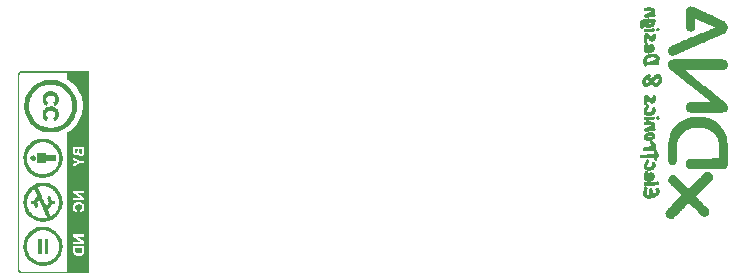
<source format=gbr>
%TF.GenerationSoftware,KiCad,Pcbnew,7.0.1*%
%TF.CreationDate,2023-03-25T17:10:46-05:00*%
%TF.ProjectId,STM32_XTW2_CLONE,53544d33-325f-4585-9457-325f434c4f4e,1.2.1V*%
%TF.SameCoordinates,Original*%
%TF.FileFunction,Legend,Bot*%
%TF.FilePolarity,Positive*%
%FSLAX46Y46*%
G04 Gerber Fmt 4.6, Leading zero omitted, Abs format (unit mm)*
G04 Created by KiCad (PCBNEW 7.0.1) date 2023-03-25 17:10:46*
%MOMM*%
%LPD*%
G01*
G04 APERTURE LIST*
G04 APERTURE END LIST*
%TO.C,G\u002A\u002A\u002A*%
G36*
X174185234Y-112103881D02*
G01*
X174222841Y-112121646D01*
X174253793Y-112149942D01*
X174276310Y-112186370D01*
X174288616Y-112228527D01*
X174288931Y-112274015D01*
X174275478Y-112320433D01*
X174271772Y-112328055D01*
X174244059Y-112365622D01*
X174208504Y-112390638D01*
X174168183Y-112403042D01*
X174126174Y-112402775D01*
X174085553Y-112389777D01*
X174049398Y-112363990D01*
X174020785Y-112325354D01*
X174006500Y-112285956D01*
X174003843Y-112239225D01*
X174014733Y-112194356D01*
X174037785Y-112154615D01*
X174071615Y-112123265D01*
X174114839Y-112103570D01*
X174142748Y-112099047D01*
X174185234Y-112103881D01*
G37*
G36*
X174166002Y-104638611D02*
G01*
X174211820Y-104651314D01*
X174248108Y-104677875D01*
X174275630Y-104718828D01*
X174289304Y-104761600D01*
X174289655Y-104809589D01*
X174275319Y-104855004D01*
X174247312Y-104894787D01*
X174206655Y-104925880D01*
X174204640Y-104926964D01*
X174164858Y-104938934D01*
X174122755Y-104936484D01*
X174081881Y-104920932D01*
X174045785Y-104893598D01*
X174018019Y-104855798D01*
X174007554Y-104824662D01*
X174005081Y-104781128D01*
X174013040Y-104736673D01*
X174030913Y-104697623D01*
X174035182Y-104691477D01*
X174068517Y-104658828D01*
X174110060Y-104640978D01*
X174159691Y-104637981D01*
X174166002Y-104638611D01*
G37*
G36*
X173783480Y-104676463D02*
G01*
X173805316Y-104685102D01*
X173824108Y-104698712D01*
X173842483Y-104717633D01*
X173862814Y-104746449D01*
X173879391Y-104791496D01*
X173881492Y-104837932D01*
X173869614Y-104882550D01*
X173844253Y-104922144D01*
X173805908Y-104953507D01*
X173805087Y-104953984D01*
X173771470Y-104968390D01*
X173723697Y-104980929D01*
X173661088Y-104991717D01*
X173582964Y-105000872D01*
X173488643Y-105008513D01*
X173421481Y-105012498D01*
X173312617Y-105016154D01*
X173218691Y-105015360D01*
X173140059Y-105010134D01*
X173077075Y-105000493D01*
X173030093Y-104986453D01*
X172997115Y-104967838D01*
X172963291Y-104937407D01*
X172940400Y-104902967D01*
X172932928Y-104878030D01*
X172929190Y-104840168D01*
X172931776Y-104802413D01*
X172940668Y-104772570D01*
X172953299Y-104753282D01*
X172980464Y-104725193D01*
X173012006Y-104702803D01*
X173042022Y-104690869D01*
X173042086Y-104690857D01*
X173065347Y-104689540D01*
X173098079Y-104691344D01*
X173133219Y-104695881D01*
X173162075Y-104698995D01*
X173205691Y-104701063D01*
X173259453Y-104701953D01*
X173319904Y-104701735D01*
X173383587Y-104700479D01*
X173447045Y-104698252D01*
X173506821Y-104695127D01*
X173559459Y-104691171D01*
X173601500Y-104686455D01*
X173613134Y-104684809D01*
X173673427Y-104676967D01*
X173720164Y-104672735D01*
X173755972Y-104672454D01*
X173783480Y-104676463D01*
G37*
G36*
X173768727Y-112140928D02*
G01*
X173799879Y-112150130D01*
X173806591Y-112153873D01*
X173841495Y-112183760D01*
X173866988Y-112223803D01*
X173880837Y-112269427D01*
X173880812Y-112316058D01*
X173880503Y-112317780D01*
X173865862Y-112355342D01*
X173838774Y-112390747D01*
X173803375Y-112419691D01*
X173763796Y-112437873D01*
X173756680Y-112439785D01*
X173709949Y-112449469D01*
X173650360Y-112458287D01*
X173581331Y-112466015D01*
X173506279Y-112472433D01*
X173428623Y-112477317D01*
X173351779Y-112480447D01*
X173279167Y-112481599D01*
X173214203Y-112480552D01*
X173160305Y-112477084D01*
X173147605Y-112475732D01*
X173082855Y-112465693D01*
X173032258Y-112451196D01*
X172993707Y-112431201D01*
X172965098Y-112404671D01*
X172944324Y-112370567D01*
X172931346Y-112327587D01*
X172930913Y-112280301D01*
X172943850Y-112236147D01*
X172969089Y-112198593D01*
X173005568Y-112171107D01*
X173006423Y-112170672D01*
X173020903Y-112163965D01*
X173035280Y-112159601D01*
X173052952Y-112157362D01*
X173077318Y-112157030D01*
X173111774Y-112158387D01*
X173159720Y-112161214D01*
X173191164Y-112162761D01*
X173248188Y-112164137D01*
X173311971Y-112164342D01*
X173379128Y-112163476D01*
X173446276Y-112161640D01*
X173510031Y-112158937D01*
X173567011Y-112155466D01*
X173613830Y-112151329D01*
X173647106Y-112146629D01*
X173675398Y-112141973D01*
X173725896Y-112138178D01*
X173768727Y-112140928D01*
G37*
G36*
X174159129Y-117635817D02*
G01*
X174174197Y-117641398D01*
X174189732Y-117650997D01*
X174194308Y-117654224D01*
X174230360Y-117689381D01*
X174252818Y-117730399D01*
X174261907Y-117774353D01*
X174257850Y-117818316D01*
X174240871Y-117859364D01*
X174211196Y-117894571D01*
X174169047Y-117921012D01*
X174166103Y-117922226D01*
X174137672Y-117930802D01*
X174094804Y-117940298D01*
X174039625Y-117950422D01*
X173974261Y-117960883D01*
X173900837Y-117971390D01*
X173821478Y-117981651D01*
X173738309Y-117991375D01*
X173653456Y-118000272D01*
X173569045Y-118008051D01*
X173487200Y-118014419D01*
X173467730Y-118015670D01*
X173404884Y-118018512D01*
X173338835Y-118019955D01*
X173272458Y-118020070D01*
X173208626Y-118018928D01*
X173150210Y-118016602D01*
X173100085Y-118013161D01*
X173061122Y-118008679D01*
X173036197Y-118003224D01*
X173032495Y-118001861D01*
X172995261Y-117980855D01*
X172962446Y-117950540D01*
X172940254Y-117916521D01*
X172930440Y-117877414D01*
X172931986Y-117830940D01*
X172945155Y-117785951D01*
X172968920Y-117748460D01*
X172972413Y-117744659D01*
X172983348Y-117734090D01*
X172995460Y-117725706D01*
X173010719Y-117719233D01*
X173031095Y-117714393D01*
X173058556Y-117710910D01*
X173095073Y-117708509D01*
X173142614Y-117706914D01*
X173203150Y-117705847D01*
X173278650Y-117705033D01*
X173324131Y-117704555D01*
X173398819Y-117703369D01*
X173463510Y-117701555D01*
X173522023Y-117698823D01*
X173578174Y-117694884D01*
X173635779Y-117689448D01*
X173698658Y-117682224D01*
X173770626Y-117672925D01*
X173855500Y-117661259D01*
X173892683Y-117656226D01*
X173949196Y-117649121D01*
X174003072Y-117642931D01*
X174049608Y-117638188D01*
X174084100Y-117635422D01*
X174111653Y-117633951D01*
X174139843Y-117633566D01*
X174159129Y-117635817D01*
G37*
G36*
X173339687Y-115762105D02*
G01*
X173378416Y-115792970D01*
X173380185Y-115794837D01*
X173410251Y-115835401D01*
X173424823Y-115877397D01*
X173423884Y-115922137D01*
X173407417Y-115970929D01*
X173375404Y-116025086D01*
X173369964Y-116032920D01*
X173346247Y-116067152D01*
X173323730Y-116099754D01*
X173306651Y-116124593D01*
X173295254Y-116142512D01*
X173275034Y-116179607D01*
X173255978Y-116220304D01*
X173239991Y-116260082D01*
X173228976Y-116294422D01*
X173224837Y-116318802D01*
X173230510Y-116345984D01*
X173250665Y-116373387D01*
X173283327Y-116394647D01*
X173326321Y-116408419D01*
X173377471Y-116413353D01*
X173383594Y-116413281D01*
X173438293Y-116406847D01*
X173495758Y-116391384D01*
X173551076Y-116368851D01*
X173599332Y-116341208D01*
X173635611Y-116310415D01*
X173649247Y-116294338D01*
X173664460Y-116269636D01*
X173670295Y-116244057D01*
X173667482Y-116212782D01*
X173656754Y-116170992D01*
X173649382Y-116141991D01*
X173644057Y-116087268D01*
X173652859Y-116041577D01*
X173675893Y-116004558D01*
X173713265Y-115975848D01*
X173720102Y-115972157D01*
X173760929Y-115955340D01*
X173796617Y-115951604D01*
X173831340Y-115960403D01*
X173832888Y-115961057D01*
X173872694Y-115984348D01*
X173904233Y-116017998D01*
X173930551Y-116065224D01*
X173935882Y-116077655D01*
X173959084Y-116155930D01*
X173966443Y-116236744D01*
X173958163Y-116317725D01*
X173934449Y-116396502D01*
X173895506Y-116470702D01*
X173892356Y-116475436D01*
X173842799Y-116534853D01*
X173780042Y-116588283D01*
X173706925Y-116634570D01*
X173626286Y-116672564D01*
X173540964Y-116701110D01*
X173453799Y-116719055D01*
X173367628Y-116725247D01*
X173285290Y-116718533D01*
X173267129Y-116715014D01*
X173191413Y-116691081D01*
X173121169Y-116654303D01*
X173058631Y-116606625D01*
X173006034Y-116549991D01*
X172965611Y-116486345D01*
X172939597Y-116417634D01*
X172935309Y-116396136D01*
X172931235Y-116343364D01*
X172933287Y-116284771D01*
X172941069Y-116226910D01*
X172954184Y-116176334D01*
X172970554Y-116132829D01*
X173012042Y-116041446D01*
X173061062Y-115953558D01*
X173114986Y-115873644D01*
X173171190Y-115806181D01*
X173172401Y-115804907D01*
X173214625Y-115769360D01*
X173257065Y-115750347D01*
X173298994Y-115747913D01*
X173339687Y-115762105D01*
G37*
G36*
X173294368Y-114194389D02*
G01*
X173230264Y-114187846D01*
X173172868Y-114173492D01*
X173116047Y-114150036D01*
X173055904Y-114113094D01*
X173004478Y-114065623D01*
X172964919Y-114010747D01*
X172939711Y-113951267D01*
X172936738Y-113938531D01*
X172932084Y-113897693D01*
X172932280Y-113862616D01*
X173229982Y-113862616D01*
X173249534Y-113873080D01*
X173251814Y-113874201D01*
X173278501Y-113880986D01*
X173317441Y-113883999D01*
X173364910Y-113883494D01*
X173417187Y-113879728D01*
X173470548Y-113872955D01*
X173521270Y-113863431D01*
X173565630Y-113851411D01*
X173578396Y-113846930D01*
X173609199Y-113831923D01*
X173626026Y-113814464D01*
X173631133Y-113792524D01*
X173629635Y-113782381D01*
X173622179Y-113772831D01*
X173606509Y-113766828D01*
X173580474Y-113763973D01*
X173541922Y-113763866D01*
X173488700Y-113766108D01*
X173486675Y-113766217D01*
X173442639Y-113769062D01*
X173410203Y-113772757D01*
X173384237Y-113778406D01*
X173359609Y-113787113D01*
X173331189Y-113799980D01*
X173327706Y-113801658D01*
X173295953Y-113817941D01*
X173268388Y-113833657D01*
X173250641Y-113845618D01*
X173229982Y-113862616D01*
X172932280Y-113862616D01*
X172932337Y-113852413D01*
X172934000Y-113834912D01*
X172950831Y-113766180D01*
X172983095Y-113701196D01*
X173029738Y-113640956D01*
X173089707Y-113586459D01*
X173161948Y-113538701D01*
X173245408Y-113498679D01*
X173339034Y-113467392D01*
X173364505Y-113462428D01*
X173406066Y-113457693D01*
X173455807Y-113454275D01*
X173509023Y-113452334D01*
X173561010Y-113452032D01*
X173607063Y-113453531D01*
X173642476Y-113456991D01*
X173709295Y-113473683D01*
X173772841Y-113501902D01*
X173828384Y-113539417D01*
X173873068Y-113584290D01*
X173904036Y-113634579D01*
X173910113Y-113650735D01*
X173918159Y-113683543D01*
X173924615Y-113727531D01*
X173929976Y-113785571D01*
X173930066Y-113786766D01*
X173933317Y-113832097D01*
X173934893Y-113864345D01*
X173934525Y-113887221D01*
X173931948Y-113904432D01*
X173926894Y-113919690D01*
X173919096Y-113936703D01*
X173906498Y-113957697D01*
X173871919Y-113996040D01*
X173824258Y-114033906D01*
X173765968Y-114070218D01*
X173699503Y-114103899D01*
X173627317Y-114133871D01*
X173551863Y-114159058D01*
X173475595Y-114178382D01*
X173400966Y-114190766D01*
X173330430Y-114195134D01*
X173317441Y-114194866D01*
X173294368Y-114194389D01*
G37*
G36*
X173342388Y-111132649D02*
G01*
X173379433Y-111163041D01*
X173404210Y-111195610D01*
X173422696Y-111239173D01*
X173425067Y-111284522D01*
X173411332Y-111332828D01*
X173381502Y-111385260D01*
X173359925Y-111416553D01*
X173334311Y-111453747D01*
X173312431Y-111485560D01*
X173302072Y-111501413D01*
X173279280Y-111541302D01*
X173258302Y-111584143D01*
X173240997Y-111625652D01*
X173229223Y-111661544D01*
X173224837Y-111687535D01*
X173227057Y-111703534D01*
X173242479Y-111732468D01*
X173269828Y-111756711D01*
X173305834Y-111772822D01*
X173354576Y-111780553D01*
X173415629Y-111778482D01*
X173478665Y-111766168D01*
X173539158Y-111744884D01*
X173592577Y-111715902D01*
X173634395Y-111680495D01*
X173651458Y-111660065D01*
X173665261Y-111636093D01*
X173670170Y-111610775D01*
X173666904Y-111579380D01*
X173656181Y-111537180D01*
X173653750Y-111528698D01*
X173645309Y-111496312D01*
X173641761Y-111473240D01*
X173642643Y-111453926D01*
X173647493Y-111432817D01*
X173663155Y-111395564D01*
X173691772Y-111360199D01*
X173728156Y-111336122D01*
X173769288Y-111324128D01*
X173812151Y-111325013D01*
X173853726Y-111339573D01*
X173890994Y-111368604D01*
X173891197Y-111368822D01*
X173912871Y-111399660D01*
X173933231Y-111442054D01*
X173950104Y-111490698D01*
X173961316Y-111540286D01*
X173963564Y-111556361D01*
X173965500Y-111638599D01*
X173951538Y-111717372D01*
X173922420Y-111791678D01*
X173878886Y-111860520D01*
X173821675Y-111922896D01*
X173751530Y-111977808D01*
X173669190Y-112024255D01*
X173575396Y-112061238D01*
X173544787Y-112070321D01*
X173450917Y-112088779D01*
X173359756Y-112092887D01*
X173272854Y-112083047D01*
X173191758Y-112059659D01*
X173118016Y-112023122D01*
X173053178Y-111973837D01*
X172998790Y-111912204D01*
X172980393Y-111885464D01*
X172964133Y-111856842D01*
X172951852Y-111826265D01*
X172940117Y-111786367D01*
X172932750Y-111749350D01*
X172930442Y-111676567D01*
X172941849Y-111597373D01*
X172966480Y-111513289D01*
X173003842Y-111425837D01*
X173053441Y-111336539D01*
X173114785Y-111246916D01*
X173116047Y-111245236D01*
X173148164Y-111203233D01*
X173173200Y-111172792D01*
X173193642Y-111151641D01*
X173211974Y-111137507D01*
X173230682Y-111128117D01*
X173252250Y-111121198D01*
X173257389Y-111119918D01*
X173301201Y-111118108D01*
X173342388Y-111132649D01*
G37*
G36*
X173440713Y-102904190D02*
G01*
X173532616Y-102908869D01*
X173612954Y-102918314D01*
X173683336Y-102932657D01*
X173745371Y-102952031D01*
X173761742Y-102958964D01*
X173809143Y-102987667D01*
X173851508Y-103025403D01*
X173884941Y-103068271D01*
X173905547Y-103112374D01*
X173916606Y-103166836D01*
X173915401Y-103230109D01*
X173898216Y-103293157D01*
X173864748Y-103357800D01*
X173835341Y-103404367D01*
X173858121Y-103415980D01*
X173864801Y-103419575D01*
X173902956Y-103449481D01*
X173929120Y-103487121D01*
X173943112Y-103529413D01*
X173944752Y-103573273D01*
X173933861Y-103615619D01*
X173910257Y-103653368D01*
X173873761Y-103683437D01*
X173859993Y-103690490D01*
X173841474Y-103697481D01*
X173817703Y-103703986D01*
X173787021Y-103710273D01*
X173747765Y-103716606D01*
X173698276Y-103723250D01*
X173636892Y-103730472D01*
X173561953Y-103738537D01*
X173471796Y-103747710D01*
X173388509Y-103755558D01*
X173301988Y-103762324D01*
X173230177Y-103766100D01*
X173172007Y-103766896D01*
X173126408Y-103764721D01*
X173092310Y-103759586D01*
X173068644Y-103751500D01*
X173036522Y-103730445D01*
X173003738Y-103693203D01*
X172984594Y-103648612D01*
X172980139Y-103599424D01*
X172991417Y-103548388D01*
X172996348Y-103536225D01*
X173006301Y-103516846D01*
X173019182Y-103499877D01*
X173036865Y-103484196D01*
X173061221Y-103468683D01*
X173094124Y-103452216D01*
X173137445Y-103433674D01*
X173193057Y-103411935D01*
X173262834Y-103385880D01*
X173330866Y-103359988D01*
X173408348Y-103328039D01*
X173472143Y-103298588D01*
X173521314Y-103272074D01*
X173554924Y-103248937D01*
X173583845Y-103224793D01*
X173504512Y-103218587D01*
X173497200Y-103218088D01*
X173460649Y-103216704D01*
X173412117Y-103216046D01*
X173355494Y-103216118D01*
X173294667Y-103216920D01*
X173233524Y-103218454D01*
X173176854Y-103220137D01*
X173126243Y-103221251D01*
X173088256Y-103221441D01*
X173060612Y-103220633D01*
X173041024Y-103218753D01*
X173027209Y-103215729D01*
X173016884Y-103211487D01*
X173010041Y-103207641D01*
X172978770Y-103183579D01*
X172952540Y-103153766D01*
X172936746Y-103124084D01*
X172934711Y-103116843D01*
X172930802Y-103072390D01*
X172938528Y-103026096D01*
X172956780Y-102985643D01*
X172967527Y-102970435D01*
X172983103Y-102953186D01*
X173001509Y-102939891D01*
X173025097Y-102929858D01*
X173056217Y-102922392D01*
X173097218Y-102916801D01*
X173150451Y-102912389D01*
X173218266Y-102908465D01*
X173335636Y-102904142D01*
X173440713Y-102904190D01*
G37*
G36*
X173530276Y-117633629D02*
G01*
X173441221Y-117654218D01*
X173343267Y-117660854D01*
X173306804Y-117660298D01*
X173266360Y-117657479D01*
X173232522Y-117651567D01*
X173199334Y-117641770D01*
X173138615Y-117615861D01*
X173070310Y-117571403D01*
X173013866Y-117515151D01*
X172969969Y-117447822D01*
X172939305Y-117370134D01*
X172933771Y-117339616D01*
X172931233Y-117292788D01*
X172932186Y-117230434D01*
X172935504Y-117180738D01*
X172947047Y-117098929D01*
X172965301Y-117020742D01*
X172989353Y-116948388D01*
X173018294Y-116884077D01*
X173051213Y-116830020D01*
X173087198Y-116788429D01*
X173125340Y-116761515D01*
X173132778Y-116758042D01*
X173171645Y-116745729D01*
X173207760Y-116746834D01*
X173247580Y-116761347D01*
X173265350Y-116771584D01*
X173298579Y-116803898D01*
X173319232Y-116846514D01*
X173326334Y-116897743D01*
X173325002Y-116922992D01*
X173319621Y-116948389D01*
X173308543Y-116977455D01*
X173290126Y-117015532D01*
X173272281Y-117053497D01*
X173250771Y-117110108D01*
X173235369Y-117165088D01*
X173226488Y-117215798D01*
X173224541Y-117259597D01*
X173229942Y-117293846D01*
X173243102Y-117315905D01*
X173255213Y-117326163D01*
X173258759Y-117326427D01*
X173254864Y-117315101D01*
X173251236Y-117300468D01*
X173247130Y-117273666D01*
X173243891Y-117241958D01*
X173244154Y-117210281D01*
X173529534Y-117210281D01*
X173529650Y-117212292D01*
X173536447Y-117229278D01*
X173549516Y-117244807D01*
X173562968Y-117251601D01*
X173568783Y-117250495D01*
X173580512Y-117238778D01*
X173586681Y-117218892D01*
X173586926Y-117196635D01*
X173580884Y-117177805D01*
X173568193Y-117168199D01*
X173556284Y-117169350D01*
X173540676Y-117180331D01*
X173534376Y-117191542D01*
X173529534Y-117210281D01*
X173244154Y-117210281D01*
X173244377Y-117183527D01*
X173258698Y-117111077D01*
X173286974Y-117042990D01*
X173327726Y-116981900D01*
X173379475Y-116930444D01*
X173440742Y-116891256D01*
X173442959Y-116890171D01*
X173471023Y-116877735D01*
X173496015Y-116870533D01*
X173524590Y-116867220D01*
X173563400Y-116866449D01*
X173605384Y-116867715D01*
X173655331Y-116874694D01*
X173696800Y-116889401D01*
X173734407Y-116913661D01*
X173772763Y-116949300D01*
X173805425Y-116985819D01*
X173836554Y-117030620D01*
X173856247Y-117076515D01*
X173866488Y-117128479D01*
X173869256Y-117191488D01*
X173868512Y-117217841D01*
X173856614Y-117301224D01*
X173829816Y-117377218D01*
X173787571Y-117447073D01*
X173729334Y-117512040D01*
X173687565Y-117548323D01*
X173611900Y-117598519D01*
X173562968Y-117619567D01*
X173530276Y-117633629D01*
G37*
G36*
X173465882Y-112558473D02*
G01*
X173528138Y-112560035D01*
X173579522Y-112562972D01*
X173622509Y-112567596D01*
X173659574Y-112574215D01*
X173693192Y-112583140D01*
X173725839Y-112594681D01*
X173759988Y-112609147D01*
X173804737Y-112635131D01*
X173849645Y-112674699D01*
X173885063Y-112721226D01*
X173907290Y-112770653D01*
X173916548Y-112819656D01*
X173913944Y-112884961D01*
X173894662Y-112950783D01*
X173858811Y-113016575D01*
X173855936Y-113020857D01*
X173841540Y-113043018D01*
X173835791Y-113054907D01*
X173837814Y-113059708D01*
X173846739Y-113060601D01*
X173857463Y-113063823D01*
X173877784Y-113077473D01*
X173900084Y-113097980D01*
X173919947Y-113121140D01*
X173932961Y-113142746D01*
X173943575Y-113180511D01*
X173943241Y-113227963D01*
X173928769Y-113272023D01*
X173901687Y-113309913D01*
X173863519Y-113338854D01*
X173815793Y-113356066D01*
X173782938Y-113361897D01*
X173728722Y-113369824D01*
X173663657Y-113378036D01*
X173591131Y-113386210D01*
X173514536Y-113394018D01*
X173437261Y-113401136D01*
X173362697Y-113407239D01*
X173294234Y-113412001D01*
X173235261Y-113415096D01*
X173189170Y-113416201D01*
X173157894Y-113415726D01*
X173108950Y-113411820D01*
X173071823Y-113403227D01*
X173043367Y-113389057D01*
X173020438Y-113368418D01*
X173015585Y-113362646D01*
X172990112Y-113318886D01*
X172979526Y-113271889D01*
X172983214Y-113224615D01*
X173000563Y-113180026D01*
X173030959Y-113141081D01*
X173073790Y-113110741D01*
X173090236Y-113103305D01*
X173120157Y-113090962D01*
X173159837Y-113075249D01*
X173206113Y-113057418D01*
X173255823Y-113038720D01*
X173315043Y-113016174D01*
X173399037Y-112981807D01*
X173468057Y-112950229D01*
X173521574Y-112921687D01*
X173559058Y-112896430D01*
X173584350Y-112876112D01*
X173525192Y-112869776D01*
X173510537Y-112868706D01*
X173476032Y-112867575D01*
X173429837Y-112867076D01*
X173375124Y-112867211D01*
X173315065Y-112867986D01*
X173252831Y-112869405D01*
X173249379Y-112869501D01*
X173180572Y-112871326D01*
X173126360Y-112872275D01*
X173084514Y-112872004D01*
X173052802Y-112870171D01*
X173028996Y-112866431D01*
X173010864Y-112860440D01*
X172996177Y-112851854D01*
X172982704Y-112840330D01*
X172968214Y-112825523D01*
X172965208Y-112822230D01*
X172948059Y-112798661D01*
X172937192Y-112776084D01*
X172930004Y-112728173D01*
X172936767Y-112679208D01*
X172957056Y-112635299D01*
X172989737Y-112600243D01*
X172995352Y-112596162D01*
X173013457Y-112585651D01*
X173035369Y-112577218D01*
X173062963Y-112570644D01*
X173098111Y-112565712D01*
X173142689Y-112562201D01*
X173198569Y-112559895D01*
X173267626Y-112558573D01*
X173351734Y-112558018D01*
X173390280Y-112557977D01*
X173465882Y-112558473D01*
G37*
G36*
X173271300Y-110318220D02*
G01*
X173303536Y-110333706D01*
X173342126Y-110365704D01*
X173385646Y-110413854D01*
X173434108Y-110478168D01*
X173487524Y-110558658D01*
X173522410Y-110613225D01*
X173554911Y-110662040D01*
X173580765Y-110698107D01*
X173600808Y-110722516D01*
X173615876Y-110736361D01*
X173626803Y-110740734D01*
X173627362Y-110740705D01*
X173639435Y-110733506D01*
X173653090Y-110717450D01*
X173654415Y-110715362D01*
X173660441Y-110702192D01*
X173664966Y-110683553D01*
X173668374Y-110656579D01*
X173671049Y-110618405D01*
X173673376Y-110566164D01*
X173673598Y-110560361D01*
X173675671Y-110511952D01*
X173677923Y-110476974D01*
X173680867Y-110452252D01*
X173685016Y-110434610D01*
X173690883Y-110420872D01*
X173698984Y-110407865D01*
X173714982Y-110388430D01*
X173751155Y-110361171D01*
X173792757Y-110345707D01*
X173835683Y-110343265D01*
X173875830Y-110355068D01*
X173888031Y-110362489D01*
X173918778Y-110389912D01*
X173944876Y-110424320D01*
X173960824Y-110458986D01*
X173963005Y-110469634D01*
X173966271Y-110500557D01*
X173968355Y-110541704D01*
X173969255Y-110588696D01*
X173968969Y-110637156D01*
X173967495Y-110682707D01*
X173964830Y-110720973D01*
X173960973Y-110747576D01*
X173949074Y-110785855D01*
X173925386Y-110838704D01*
X173895289Y-110890535D01*
X173862341Y-110934604D01*
X173813581Y-110983046D01*
X173755345Y-111023073D01*
X173693854Y-111046969D01*
X173628391Y-111055102D01*
X173625821Y-111055102D01*
X173575103Y-111048756D01*
X173526953Y-111029747D01*
X173480402Y-110997251D01*
X173434480Y-110950445D01*
X173388220Y-110888506D01*
X173340651Y-110810610D01*
X173338855Y-110807423D01*
X173315703Y-110766559D01*
X173293493Y-110727696D01*
X173274670Y-110695090D01*
X173261677Y-110673000D01*
X173249545Y-110653282D01*
X173241398Y-110643144D01*
X173236666Y-110644605D01*
X173232599Y-110656067D01*
X173232190Y-110657572D01*
X173228786Y-110681143D01*
X173226670Y-110717147D01*
X173225816Y-110761534D01*
X173226199Y-110810256D01*
X173227789Y-110859265D01*
X173230562Y-110904511D01*
X173234491Y-110941947D01*
X173236468Y-110957341D01*
X173239224Y-111007055D01*
X173233815Y-111046270D01*
X173219315Y-111078878D01*
X173194796Y-111108774D01*
X173165477Y-111131963D01*
X173123067Y-111148830D01*
X173078827Y-111150066D01*
X173035327Y-111135709D01*
X172995137Y-111105797D01*
X172988750Y-111099111D01*
X172971527Y-111076217D01*
X172958108Y-111048153D01*
X172946909Y-111011007D01*
X172936340Y-110960867D01*
X172934471Y-110943820D01*
X172932858Y-110911289D01*
X172931912Y-110868459D01*
X172931707Y-110818888D01*
X172932315Y-110766134D01*
X172934605Y-110698150D01*
X172940907Y-110617744D01*
X172951431Y-110550254D01*
X172966804Y-110493529D01*
X172987650Y-110445414D01*
X173014592Y-110403758D01*
X173048256Y-110366407D01*
X173055787Y-110359585D01*
X173101094Y-110331206D01*
X173154862Y-110314259D01*
X173212971Y-110309634D01*
X173271300Y-110318220D01*
G37*
G36*
X173361693Y-104627653D02*
G01*
X173283830Y-104622008D01*
X173208708Y-104604074D01*
X173142309Y-104574815D01*
X173086025Y-104535224D01*
X173041252Y-104486292D01*
X173009383Y-104429013D01*
X172991813Y-104364379D01*
X172991271Y-104360057D01*
X172991758Y-104320064D01*
X172993089Y-104312040D01*
X173309400Y-104312040D01*
X173309653Y-104312264D01*
X173319951Y-104313416D01*
X173342311Y-104314227D01*
X173372583Y-104314534D01*
X173404580Y-104313330D01*
X173469096Y-104301466D01*
X173525914Y-104275997D01*
X173578003Y-104235785D01*
X173601630Y-104212317D01*
X173619231Y-104190550D01*
X173622572Y-104177356D01*
X173611309Y-104172218D01*
X173585100Y-104174619D01*
X173543600Y-104184043D01*
X173481109Y-104205106D01*
X173411743Y-104238512D01*
X173349934Y-104278636D01*
X173331561Y-104292919D01*
X173315559Y-104306027D01*
X173309400Y-104312040D01*
X172993089Y-104312040D01*
X172999467Y-104273595D01*
X173012860Y-104227642D01*
X173030395Y-104189196D01*
X173047059Y-104160953D01*
X173027946Y-104166863D01*
X173015851Y-104171003D01*
X172981572Y-104186608D01*
X172952073Y-104205153D01*
X172933193Y-104223171D01*
X172925871Y-104239926D01*
X172920254Y-104273282D01*
X172919095Y-104315678D01*
X172922257Y-104363007D01*
X172929602Y-104411160D01*
X172940992Y-104456028D01*
X172953499Y-104500809D01*
X172960946Y-104550024D01*
X172958275Y-104591177D01*
X172945570Y-104627337D01*
X172932585Y-104648538D01*
X172899519Y-104681606D01*
X172859551Y-104701814D01*
X172815889Y-104708412D01*
X172771737Y-104700648D01*
X172730303Y-104677771D01*
X172729054Y-104676766D01*
X172705972Y-104650496D01*
X172682769Y-104610711D01*
X172661281Y-104560530D01*
X172659843Y-104555939D01*
X172656165Y-104535297D01*
X172653369Y-104503244D01*
X172651388Y-104458401D01*
X172650153Y-104399391D01*
X172649597Y-104324836D01*
X172649501Y-104289847D01*
X172649460Y-104233404D01*
X172649785Y-104190252D01*
X172650683Y-104157988D01*
X172652361Y-104134208D01*
X172655024Y-104116505D01*
X172658881Y-104102477D01*
X172664137Y-104089719D01*
X172670999Y-104075826D01*
X172699993Y-104031258D01*
X172744583Y-103983449D01*
X172799197Y-103939328D01*
X172860274Y-103901737D01*
X172924254Y-103873521D01*
X172965628Y-103862092D01*
X173022566Y-103852584D01*
X173093234Y-103845923D01*
X173178633Y-103842015D01*
X173279767Y-103840770D01*
X173289436Y-103840784D01*
X173359071Y-103841400D01*
X173431982Y-103842831D01*
X173505643Y-103844961D01*
X173577528Y-103847672D01*
X173645111Y-103850848D01*
X173705866Y-103854372D01*
X173757266Y-103858126D01*
X173796785Y-103861994D01*
X173821897Y-103865860D01*
X173856184Y-103876857D01*
X173898936Y-103902997D01*
X173929956Y-103938886D01*
X173947634Y-103982446D01*
X173950358Y-104031598D01*
X173948374Y-104045998D01*
X173941299Y-104077330D01*
X173932410Y-104101494D01*
X173928825Y-104109924D01*
X173921614Y-104142126D01*
X173919000Y-104183092D01*
X173917937Y-104207497D01*
X173904038Y-104276112D01*
X173875127Y-104343555D01*
X173832579Y-104407967D01*
X173777770Y-104467489D01*
X173712076Y-104520260D01*
X173636872Y-104564422D01*
X173594616Y-104583769D01*
X173521136Y-104609018D01*
X173445629Y-104623156D01*
X173372583Y-104627070D01*
X173361693Y-104627653D01*
G37*
G36*
X173175722Y-118051398D02*
G01*
X173215612Y-118070684D01*
X173233831Y-118088717D01*
X173254695Y-118121395D01*
X173269748Y-118158430D01*
X173275534Y-118192780D01*
X173273746Y-118209440D01*
X173268316Y-118240065D01*
X173259910Y-118280766D01*
X173249203Y-118328286D01*
X173236870Y-118379369D01*
X173226083Y-118424032D01*
X173207414Y-118512425D01*
X173196023Y-118586232D01*
X173191865Y-118645920D01*
X173194899Y-118691954D01*
X173205080Y-118724801D01*
X173208673Y-118731134D01*
X173236278Y-118760198D01*
X173275843Y-118778001D01*
X173326367Y-118784054D01*
X173372967Y-118784067D01*
X173392295Y-118659184D01*
X173398334Y-118617164D01*
X173408343Y-118516078D01*
X173411312Y-118414903D01*
X173411356Y-118370413D01*
X173412068Y-118335100D01*
X173413876Y-118310433D01*
X173417198Y-118293133D01*
X173422450Y-118279920D01*
X173430050Y-118267514D01*
X173455881Y-118236557D01*
X173491753Y-118212671D01*
X173535494Y-118202021D01*
X173563055Y-118201428D01*
X173608190Y-118211789D01*
X173645216Y-118236943D01*
X173673967Y-118276756D01*
X173694276Y-118331093D01*
X173696291Y-118339625D01*
X173702851Y-118384012D01*
X173706399Y-118439035D01*
X173706868Y-118499821D01*
X173704191Y-118561500D01*
X173698299Y-118619198D01*
X173697305Y-118626481D01*
X173693679Y-118656258D01*
X173691760Y-118677783D01*
X173691949Y-118686808D01*
X173693235Y-118686964D01*
X173706116Y-118682992D01*
X173729951Y-118673380D01*
X173761559Y-118659595D01*
X173797760Y-118643103D01*
X173835371Y-118625372D01*
X173871214Y-118607867D01*
X173902107Y-118592056D01*
X173924869Y-118579406D01*
X173955221Y-118559451D01*
X173979696Y-118536762D01*
X173993977Y-118511588D01*
X174001294Y-118479715D01*
X174002538Y-118468341D01*
X174001355Y-118449863D01*
X173992948Y-118433026D01*
X173974754Y-118411216D01*
X173959015Y-118392780D01*
X173939651Y-118362690D01*
X173930054Y-118331291D01*
X173927467Y-118291612D01*
X173933738Y-118242604D01*
X173953609Y-118200778D01*
X173986870Y-118169139D01*
X174011966Y-118155210D01*
X174057551Y-118143323D01*
X174103871Y-118148303D01*
X174150997Y-118170163D01*
X174198999Y-118208917D01*
X174228413Y-118241207D01*
X174265498Y-118299877D01*
X174288626Y-118366461D01*
X174298558Y-118442751D01*
X174299054Y-118465629D01*
X174291665Y-118547567D01*
X174269261Y-118625947D01*
X174231227Y-118702470D01*
X174176946Y-118778840D01*
X174154698Y-118803932D01*
X174092356Y-118859009D01*
X174015026Y-118910408D01*
X173923895Y-118957557D01*
X173820146Y-118999883D01*
X173704967Y-119036811D01*
X173579542Y-119067769D01*
X173577099Y-119068289D01*
X173466088Y-119087703D01*
X173367004Y-119096067D01*
X173278798Y-119093194D01*
X173200421Y-119078892D01*
X173130826Y-119052973D01*
X173068965Y-119015248D01*
X173013790Y-118965526D01*
X172976222Y-118920438D01*
X172935592Y-118852218D01*
X172908008Y-118775601D01*
X172897802Y-118720884D01*
X172894364Y-118656166D01*
X172898197Y-118581573D01*
X172909423Y-118495811D01*
X172928166Y-118397588D01*
X172954549Y-118285608D01*
X172964192Y-118248612D01*
X172981013Y-118190492D01*
X172996827Y-118145825D01*
X173012570Y-118112450D01*
X173029179Y-118088208D01*
X173047589Y-118070938D01*
X173085723Y-118051972D01*
X173130625Y-118045164D01*
X173175722Y-118051398D01*
G37*
G36*
X173203915Y-107871980D02*
G01*
X173171380Y-107895121D01*
X173160974Y-107899735D01*
X173132797Y-107909059D01*
X173109877Y-107912681D01*
X173094197Y-107911148D01*
X173057322Y-107899473D01*
X173022486Y-107879487D01*
X172997128Y-107854997D01*
X172986650Y-107838685D01*
X172964976Y-107796907D01*
X172943062Y-107745805D01*
X172922753Y-107690220D01*
X172905891Y-107634993D01*
X172894318Y-107584963D01*
X172889787Y-107545276D01*
X172888272Y-107492024D01*
X172889268Y-107458398D01*
X173184922Y-107458398D01*
X173185497Y-107496527D01*
X173188706Y-107533580D01*
X173193917Y-107567304D01*
X173200498Y-107595447D01*
X173207815Y-107615759D01*
X173215239Y-107625987D01*
X173222135Y-107623880D01*
X173227873Y-107607187D01*
X173230571Y-107596969D01*
X173247867Y-107562264D01*
X173274043Y-107531133D01*
X173303892Y-107510221D01*
X173304205Y-107510081D01*
X173321203Y-107504239D01*
X173351510Y-107495463D01*
X173392042Y-107484582D01*
X173439711Y-107472425D01*
X173491434Y-107459821D01*
X173571844Y-107440202D01*
X173643703Y-107421311D01*
X173703798Y-107403551D01*
X173754659Y-107385959D01*
X173798814Y-107367571D01*
X173838791Y-107347424D01*
X173877121Y-107324555D01*
X173916331Y-107298002D01*
X173922155Y-107293798D01*
X173953413Y-107268647D01*
X173979375Y-107243615D01*
X173997104Y-107221786D01*
X174003667Y-107206244D01*
X173997710Y-107199645D01*
X173978608Y-107189430D01*
X173949828Y-107177604D01*
X173914960Y-107165503D01*
X173877593Y-107154462D01*
X173841313Y-107145818D01*
X173795729Y-107139210D01*
X173726680Y-107135587D01*
X173650128Y-107137050D01*
X173570797Y-107143204D01*
X173493413Y-107153653D01*
X173422699Y-107168002D01*
X173363382Y-107185854D01*
X173354955Y-107189184D01*
X173299140Y-107221422D01*
X173251917Y-107267624D01*
X173214591Y-107326555D01*
X173201403Y-107355440D01*
X173192295Y-107383444D01*
X173187387Y-107414123D01*
X173185034Y-107454593D01*
X173184922Y-107458398D01*
X172889268Y-107458398D01*
X172890003Y-107433579D01*
X172894665Y-107375441D01*
X172901948Y-107323114D01*
X172911537Y-107282101D01*
X172941057Y-107204283D01*
X172989637Y-107115129D01*
X173050292Y-107037843D01*
X173123015Y-106972433D01*
X173207800Y-106918906D01*
X173252173Y-106897737D01*
X173327700Y-106870347D01*
X173411101Y-106850347D01*
X173504363Y-106837401D01*
X173609468Y-106831176D01*
X173728404Y-106831339D01*
X173769728Y-106832627D01*
X173840289Y-106836470D01*
X173899431Y-106842656D01*
X173950783Y-106851921D01*
X173997975Y-106865001D01*
X174044635Y-106882632D01*
X174094392Y-106905550D01*
X174121976Y-106920137D01*
X174186357Y-106964283D01*
X174237105Y-107015450D01*
X174272875Y-107072382D01*
X174279302Y-107086620D01*
X174287903Y-107110096D01*
X174292893Y-107134178D01*
X174295204Y-107164300D01*
X174295767Y-107205901D01*
X174295374Y-107245579D01*
X174293440Y-107274418D01*
X174288852Y-107297312D01*
X174280497Y-107319787D01*
X174267259Y-107347370D01*
X174247264Y-107381907D01*
X174220238Y-107421074D01*
X174192826Y-107454921D01*
X174146900Y-107505670D01*
X174171393Y-107518336D01*
X174203619Y-107540499D01*
X174233741Y-107576771D01*
X174251844Y-107619373D01*
X174257122Y-107664879D01*
X174248771Y-107709858D01*
X174225986Y-107750883D01*
X174208599Y-107770843D01*
X174182882Y-107791865D01*
X174153561Y-107803859D01*
X174116400Y-107808313D01*
X174067167Y-107806714D01*
X174066115Y-107806640D01*
X174039338Y-107805398D01*
X173998189Y-107804277D01*
X173945091Y-107803308D01*
X173882467Y-107802522D01*
X173812740Y-107801950D01*
X173738331Y-107801622D01*
X173661663Y-107801569D01*
X173588820Y-107801622D01*
X173514552Y-107801487D01*
X173454218Y-107800986D01*
X173406177Y-107799965D01*
X173368783Y-107798270D01*
X173340394Y-107795745D01*
X173319367Y-107792235D01*
X173304057Y-107787586D01*
X173292821Y-107781644D01*
X173284015Y-107774253D01*
X173275997Y-107765259D01*
X173275041Y-107764124D01*
X173261309Y-107753010D01*
X173252954Y-107757921D01*
X173250134Y-107778773D01*
X173246551Y-107803142D01*
X173230195Y-107839513D01*
X173215239Y-107857990D01*
X173203915Y-107871980D01*
G37*
G36*
X173953872Y-109612556D02*
G01*
X173884005Y-109603775D01*
X173819662Y-109585178D01*
X173757926Y-109555311D01*
X173695775Y-109512711D01*
X173630189Y-109455917D01*
X173617460Y-109444041D01*
X173594152Y-109422985D01*
X173577005Y-109408433D01*
X173569041Y-109403000D01*
X173567572Y-109403599D01*
X173555987Y-109412022D01*
X173536235Y-109428312D01*
X173511589Y-109449802D01*
X173495525Y-109463847D01*
X173414007Y-109526254D01*
X173333575Y-109573162D01*
X173254821Y-109604441D01*
X173178336Y-109619958D01*
X173145757Y-109619792D01*
X173104711Y-109619582D01*
X173034537Y-109603182D01*
X172968404Y-109570627D01*
X172923308Y-109535647D01*
X172875671Y-109480010D01*
X172838953Y-109412617D01*
X172814005Y-109334769D01*
X172813916Y-109334380D01*
X172804291Y-109259737D01*
X172804993Y-109232921D01*
X173099207Y-109232921D01*
X173104044Y-109272067D01*
X173116615Y-109299284D01*
X173123216Y-109304654D01*
X173145757Y-109309413D01*
X173176154Y-109305022D01*
X173210254Y-109291811D01*
X173234342Y-109277710D01*
X173269635Y-109253453D01*
X173307238Y-109224851D01*
X173341845Y-109195970D01*
X173366335Y-109172604D01*
X173775442Y-109172604D01*
X173837375Y-109231435D01*
X173869363Y-109260494D01*
X173897791Y-109281631D01*
X173924286Y-109294054D01*
X173953570Y-109299924D01*
X173990368Y-109301400D01*
X174021799Y-109296957D01*
X174064308Y-109277114D01*
X174105013Y-109242496D01*
X174142542Y-109194345D01*
X174175524Y-109133902D01*
X174177470Y-109129543D01*
X174185635Y-109106986D01*
X174190649Y-109081918D01*
X174193199Y-109049544D01*
X174193973Y-109005067D01*
X174193982Y-108999383D01*
X174193617Y-108960142D01*
X174191828Y-108932456D01*
X174187724Y-108911525D01*
X174180412Y-108892549D01*
X174169000Y-108870729D01*
X174156589Y-108849985D01*
X174142531Y-108830297D01*
X174132788Y-108821052D01*
X174121919Y-108821485D01*
X174098825Y-108833347D01*
X174066952Y-108857653D01*
X174027105Y-108893770D01*
X173980088Y-108941065D01*
X173956018Y-108966625D01*
X173915619Y-109010671D01*
X173875262Y-109055801D01*
X173840871Y-109095444D01*
X173775442Y-109172604D01*
X173366335Y-109172604D01*
X173368145Y-109170877D01*
X173388790Y-109148747D01*
X173358494Y-109117124D01*
X173347535Y-109105220D01*
X173320082Y-109067359D01*
X173305330Y-109028685D01*
X173300934Y-108983764D01*
X173301058Y-108973372D01*
X173305067Y-108936573D01*
X173316549Y-108907537D01*
X173337975Y-108879298D01*
X173355967Y-108859362D01*
X173322556Y-108873210D01*
X173318737Y-108874850D01*
X173288695Y-108890405D01*
X173261743Y-108907959D01*
X173229832Y-108936963D01*
X173190875Y-108983881D01*
X173155580Y-109038136D01*
X173127263Y-109094514D01*
X173109242Y-109147798D01*
X173102258Y-109185061D01*
X173099207Y-109232921D01*
X172804993Y-109232921D01*
X172806444Y-109177508D01*
X172819766Y-109091626D01*
X172843650Y-109006023D01*
X172877485Y-108924634D01*
X172900915Y-108880377D01*
X172960975Y-108788602D01*
X173029686Y-108709979D01*
X173106256Y-108645224D01*
X173189893Y-108595056D01*
X173279804Y-108560192D01*
X173318300Y-108551139D01*
X173377097Y-108546852D01*
X173427884Y-108555768D01*
X173469529Y-108577430D01*
X173500899Y-108611383D01*
X173520862Y-108657172D01*
X173523825Y-108670221D01*
X173524595Y-108718206D01*
X173508710Y-108764080D01*
X173476057Y-108808217D01*
X173461635Y-108824649D01*
X173457856Y-108833376D01*
X173464793Y-108835734D01*
X173468850Y-108835969D01*
X173495487Y-108844466D01*
X173528026Y-108863549D01*
X173562539Y-108890996D01*
X173594532Y-108919900D01*
X173695383Y-108804987D01*
X173703566Y-108795697D01*
X173776051Y-108716832D01*
X173841970Y-108651980D01*
X173902543Y-108600275D01*
X173958993Y-108560855D01*
X174012540Y-108532855D01*
X174064406Y-108515412D01*
X174115813Y-108507663D01*
X174148736Y-108506926D01*
X174199679Y-108513002D01*
X174245806Y-108529812D01*
X174290932Y-108558972D01*
X174338872Y-108602097D01*
X174389943Y-108661490D01*
X174437550Y-108740162D01*
X174470790Y-108826878D01*
X174489431Y-108920786D01*
X174493240Y-109021030D01*
X174481984Y-109126759D01*
X174481497Y-109129521D01*
X174455120Y-109230623D01*
X174413475Y-109324458D01*
X174356734Y-109410709D01*
X174285067Y-109489062D01*
X174256952Y-109513923D01*
X174187974Y-109561956D01*
X174115603Y-109593983D01*
X174038136Y-109610638D01*
X173990368Y-109611725D01*
X173953872Y-109612556D01*
G37*
G36*
X173608701Y-114170147D02*
G01*
X173654506Y-114181470D01*
X173693340Y-114208166D01*
X173724952Y-114250078D01*
X173728778Y-114256619D01*
X173759868Y-114296868D01*
X173803234Y-114333481D01*
X173806395Y-114335745D01*
X173865096Y-114381651D01*
X173908737Y-114424694D01*
X173938503Y-114466522D01*
X173955578Y-114508783D01*
X173961148Y-114553122D01*
X173960027Y-114574756D01*
X173945541Y-114630163D01*
X173914505Y-114683063D01*
X173901200Y-114700980D01*
X173895222Y-114712864D01*
X173899453Y-114718942D01*
X173913824Y-114723307D01*
X173936692Y-114734883D01*
X173961873Y-114760246D01*
X173983213Y-114794265D01*
X173998025Y-114832527D01*
X174003620Y-114870622D01*
X174001996Y-114884455D01*
X173993243Y-114913824D01*
X173979800Y-114943819D01*
X173964973Y-114966256D01*
X173962672Y-114968872D01*
X173958554Y-114976757D01*
X173965647Y-114981280D01*
X173986780Y-114984853D01*
X173988758Y-114985137D01*
X174030194Y-114999427D01*
X174066629Y-115027060D01*
X174093475Y-115064606D01*
X174101165Y-115084475D01*
X174106611Y-115110650D01*
X174110143Y-115146401D01*
X174112288Y-115195396D01*
X174115110Y-115293959D01*
X174141231Y-115299183D01*
X174164299Y-115306698D01*
X174200262Y-115330460D01*
X174229848Y-115364660D01*
X174249908Y-115405254D01*
X174257295Y-115448200D01*
X174254301Y-115475583D01*
X174238920Y-115517337D01*
X174213182Y-115554150D01*
X174180151Y-115582037D01*
X174142888Y-115597016D01*
X174124186Y-115602162D01*
X174111466Y-115611423D01*
X174103230Y-115627988D01*
X174097884Y-115655067D01*
X174093837Y-115695867D01*
X174093069Y-115704836D01*
X174086472Y-115753123D01*
X174075683Y-115789538D01*
X174059006Y-115818326D01*
X174034742Y-115843732D01*
X174025028Y-115851603D01*
X173983208Y-115873225D01*
X173938804Y-115879120D01*
X173894769Y-115869289D01*
X173854058Y-115843732D01*
X173849907Y-115840008D01*
X173825966Y-115813219D01*
X173810773Y-115782884D01*
X173802787Y-115744710D01*
X173800467Y-115694405D01*
X173800467Y-115626798D01*
X173760250Y-115630740D01*
X173727719Y-115633631D01*
X173672368Y-115637825D01*
X173605060Y-115642353D01*
X173528416Y-115647081D01*
X173445061Y-115651878D01*
X173357616Y-115656609D01*
X173268706Y-115661142D01*
X173180953Y-115665345D01*
X173096980Y-115669085D01*
X173019411Y-115672228D01*
X172950868Y-115674643D01*
X172893974Y-115676195D01*
X172851354Y-115676753D01*
X172821580Y-115676699D01*
X172788157Y-115676013D01*
X172765144Y-115673959D01*
X172748618Y-115669808D01*
X172734657Y-115662834D01*
X172719335Y-115652312D01*
X172710168Y-115645344D01*
X172685681Y-115624084D01*
X172667265Y-115604603D01*
X172660840Y-115595412D01*
X172653531Y-115578028D01*
X172649950Y-115554126D01*
X172649000Y-115518533D01*
X172649125Y-115494830D01*
X172650751Y-115470512D01*
X172655970Y-115453315D01*
X172666880Y-115437408D01*
X172685583Y-115416962D01*
X172701717Y-115401123D01*
X172720238Y-115387319D01*
X172741571Y-115377443D01*
X172768538Y-115370834D01*
X172803962Y-115366831D01*
X172850665Y-115364770D01*
X172911467Y-115363991D01*
X172935497Y-115363717D01*
X172985884Y-115362553D01*
X173046291Y-115360607D01*
X173114644Y-115357989D01*
X173188872Y-115354811D01*
X173266902Y-115351183D01*
X173346662Y-115347216D01*
X173426080Y-115343021D01*
X173503084Y-115338709D01*
X173575600Y-115334390D01*
X173641558Y-115330176D01*
X173698883Y-115326176D01*
X173745506Y-115322503D01*
X173779352Y-115319265D01*
X173798350Y-115316576D01*
X173804816Y-115314767D01*
X173811727Y-115309528D01*
X173815530Y-115298178D01*
X173817165Y-115277112D01*
X173817570Y-115242723D01*
X173819453Y-115180822D01*
X173825901Y-115120026D01*
X173836714Y-115073057D01*
X173851666Y-115041239D01*
X173870318Y-115015045D01*
X173833276Y-115020106D01*
X173831104Y-115020397D01*
X173795032Y-115024131D01*
X173744235Y-115027950D01*
X173680758Y-115031759D01*
X173606643Y-115035463D01*
X173523937Y-115038967D01*
X173434683Y-115042177D01*
X173340926Y-115044998D01*
X173244711Y-115047337D01*
X172981055Y-115052963D01*
X172942841Y-115030568D01*
X172914283Y-115008860D01*
X172886772Y-114972052D01*
X172871793Y-114929530D01*
X172869401Y-114884615D01*
X172879655Y-114840622D01*
X172902611Y-114800871D01*
X172938326Y-114768679D01*
X172941315Y-114766779D01*
X172966466Y-114754275D01*
X172996348Y-114746541D01*
X173037029Y-114741932D01*
X173043100Y-114741476D01*
X173128101Y-114734304D01*
X173198625Y-114726650D01*
X173256980Y-114718181D01*
X173305473Y-114708567D01*
X173346409Y-114697476D01*
X173366298Y-114691132D01*
X173400686Y-114679309D01*
X173429566Y-114667422D01*
X173457819Y-114653113D01*
X173490325Y-114634022D01*
X173531967Y-114607790D01*
X173597901Y-114565630D01*
X173547991Y-114520464D01*
X173536412Y-114509427D01*
X173498352Y-114462828D01*
X173471631Y-114412261D01*
X173456786Y-114360419D01*
X173454354Y-114309992D01*
X173464871Y-114263673D01*
X173488875Y-114224154D01*
X173519072Y-114195384D01*
X173555684Y-114175841D01*
X173597184Y-114169734D01*
X173608701Y-114170147D01*
G37*
G36*
X177685515Y-107307502D02*
G01*
X177902000Y-107307511D01*
X178102585Y-107307533D01*
X178287891Y-107307571D01*
X178458540Y-107307630D01*
X178615156Y-107307715D01*
X178758360Y-107307830D01*
X178888777Y-107307979D01*
X179007027Y-107308167D01*
X179113735Y-107308397D01*
X179209522Y-107308675D01*
X179295011Y-107309004D01*
X179370824Y-107309389D01*
X179437585Y-107309835D01*
X179495916Y-107310345D01*
X179546440Y-107310924D01*
X179589779Y-107311577D01*
X179626555Y-107312307D01*
X179657392Y-107313119D01*
X179682912Y-107314018D01*
X179703738Y-107315008D01*
X179720492Y-107316092D01*
X179733797Y-107317276D01*
X179744276Y-107318564D01*
X179752550Y-107319961D01*
X179759244Y-107321469D01*
X179764979Y-107323095D01*
X179796730Y-107333646D01*
X179845175Y-107354550D01*
X179886699Y-107380663D01*
X179927773Y-107415665D01*
X179963145Y-107453622D01*
X180007207Y-107520661D01*
X180037177Y-107596829D01*
X180053118Y-107682306D01*
X180055093Y-107777270D01*
X180053952Y-107795068D01*
X180039986Y-107883682D01*
X180013084Y-107962904D01*
X179973825Y-108031886D01*
X179922789Y-108089777D01*
X179860557Y-108135730D01*
X179787708Y-108168893D01*
X179731367Y-108188034D01*
X178091135Y-108192267D01*
X176450902Y-108196500D01*
X178086644Y-109521534D01*
X178118334Y-109547204D01*
X178264710Y-109665796D01*
X178408084Y-109781981D01*
X178547859Y-109895275D01*
X178683436Y-110005192D01*
X178814219Y-110111248D01*
X178939609Y-110212957D01*
X179059010Y-110309833D01*
X179171823Y-110401392D01*
X179277450Y-110487149D01*
X179375295Y-110566617D01*
X179464760Y-110639313D01*
X179545247Y-110704750D01*
X179616159Y-110762443D01*
X179676897Y-110811908D01*
X179726865Y-110852659D01*
X179765465Y-110884210D01*
X179792099Y-110906077D01*
X179806169Y-110917774D01*
X179872780Y-110978446D01*
X179937588Y-111049283D01*
X179987320Y-111119682D01*
X180022857Y-111190922D01*
X180045083Y-111264286D01*
X180049895Y-111292145D01*
X180055264Y-111348190D01*
X180056787Y-111408196D01*
X180054384Y-111465366D01*
X180047977Y-111512900D01*
X180039525Y-111546365D01*
X180009835Y-111617982D01*
X179966950Y-111679474D01*
X179911708Y-111729998D01*
X179844950Y-111768711D01*
X179767512Y-111794769D01*
X179765100Y-111795204D01*
X179745432Y-111796838D01*
X179710246Y-111798369D01*
X179660625Y-111799797D01*
X179597649Y-111801121D01*
X179522401Y-111802341D01*
X179435962Y-111803456D01*
X179339414Y-111804467D01*
X179233838Y-111805371D01*
X179120317Y-111806170D01*
X178999932Y-111806862D01*
X178873764Y-111807447D01*
X178742895Y-111807925D01*
X178608408Y-111808295D01*
X178471383Y-111808557D01*
X178332903Y-111808710D01*
X178194049Y-111808754D01*
X178055902Y-111808688D01*
X177919545Y-111808513D01*
X177786058Y-111808227D01*
X177656525Y-111807829D01*
X177532026Y-111807321D01*
X177413643Y-111806700D01*
X177302458Y-111805968D01*
X177199553Y-111805122D01*
X177106008Y-111804163D01*
X177022907Y-111803091D01*
X176951329Y-111801904D01*
X176892359Y-111800603D01*
X176847076Y-111799187D01*
X176816562Y-111797655D01*
X176801900Y-111796008D01*
X176745851Y-111776655D01*
X176676854Y-111738226D01*
X176618228Y-111687024D01*
X176570774Y-111623961D01*
X176535293Y-111549953D01*
X176512585Y-111465912D01*
X176509291Y-111445624D01*
X176503654Y-111356278D01*
X176512316Y-111270009D01*
X176534715Y-111189023D01*
X176570285Y-111115527D01*
X176618463Y-111051727D01*
X176640278Y-111029499D01*
X176676647Y-110998975D01*
X176717126Y-110974421D01*
X176768034Y-110951608D01*
X176818833Y-110931234D01*
X177717440Y-110927000D01*
X178616046Y-110922767D01*
X176947090Y-109572334D01*
X176905512Y-109538688D01*
X176703989Y-109375542D01*
X176515555Y-109222864D01*
X176340096Y-109080562D01*
X176177500Y-108948544D01*
X176027655Y-108826718D01*
X175890449Y-108714992D01*
X175765768Y-108613274D01*
X175653502Y-108521472D01*
X175553536Y-108439495D01*
X175465760Y-108367249D01*
X175390060Y-108304644D01*
X175326325Y-108251587D01*
X175274441Y-108207986D01*
X175234297Y-108173749D01*
X175205780Y-108148785D01*
X175188778Y-108133000D01*
X175171158Y-108115168D01*
X175117655Y-108055569D01*
X175076851Y-107999179D01*
X175046840Y-107942582D01*
X175025719Y-107882361D01*
X175011583Y-107815101D01*
X175009606Y-107800393D01*
X175006389Y-107741904D01*
X175008645Y-107678370D01*
X175015912Y-107616950D01*
X175027729Y-107564804D01*
X175028456Y-107562470D01*
X175057593Y-107492900D01*
X175097961Y-107434966D01*
X175150399Y-107387910D01*
X175215744Y-107350975D01*
X175294833Y-107323404D01*
X175300221Y-107322029D01*
X175307404Y-107320471D01*
X175315882Y-107319027D01*
X175326280Y-107317695D01*
X175339225Y-107316469D01*
X175355341Y-107315346D01*
X175375255Y-107314321D01*
X175399592Y-107313388D01*
X175428976Y-107312545D01*
X175464035Y-107311786D01*
X175505393Y-107311107D01*
X175553676Y-107310504D01*
X175609510Y-107309972D01*
X175673519Y-107309506D01*
X175746330Y-107309103D01*
X175828567Y-107308757D01*
X175920858Y-107308465D01*
X176023826Y-107308222D01*
X176138098Y-107308023D01*
X176264299Y-107307864D01*
X176403055Y-107307741D01*
X176554991Y-107307649D01*
X176720733Y-107307584D01*
X176900906Y-107307541D01*
X177096135Y-107307515D01*
X177307047Y-107307503D01*
X177534267Y-107307501D01*
X177685515Y-107307502D01*
G37*
G36*
X173494694Y-106787749D02*
G01*
X173416448Y-106802118D01*
X173338433Y-106807175D01*
X173264949Y-106802457D01*
X173200294Y-106787504D01*
X173138748Y-106761260D01*
X173070322Y-106716764D01*
X173013822Y-106660563D01*
X172969924Y-106593363D01*
X172939305Y-106515867D01*
X172933771Y-106485349D01*
X172931233Y-106438521D01*
X172932186Y-106376167D01*
X172932713Y-106364547D01*
X172941187Y-106281342D01*
X172957207Y-106199169D01*
X172979728Y-106121176D01*
X173007704Y-106050512D01*
X173040088Y-105990325D01*
X173075836Y-105943764D01*
X173111764Y-105906267D01*
X173080601Y-105906267D01*
X173075825Y-105906120D01*
X173039077Y-105896409D01*
X173003545Y-105873574D01*
X172973945Y-105840522D01*
X172964417Y-105822359D01*
X172951541Y-105782132D01*
X172941257Y-105729927D01*
X172933805Y-105668673D01*
X172929425Y-105601299D01*
X172928358Y-105530736D01*
X172930844Y-105459912D01*
X172937123Y-105391758D01*
X172941438Y-105361603D01*
X172960576Y-105276877D01*
X172988234Y-105206446D01*
X173024323Y-105150429D01*
X173068751Y-105108943D01*
X173121429Y-105082108D01*
X173182267Y-105070042D01*
X173201702Y-105069117D01*
X173238891Y-105070942D01*
X173272779Y-105078908D01*
X173304920Y-105094302D01*
X173336870Y-105118408D01*
X173370183Y-105152512D01*
X173406413Y-105197899D01*
X173447117Y-105255857D01*
X173493848Y-105327669D01*
X173515227Y-105361107D01*
X173547840Y-105410704D01*
X173573744Y-105447665D01*
X173594032Y-105473319D01*
X173609795Y-105488993D01*
X173622125Y-105496014D01*
X173632116Y-105495710D01*
X173644018Y-105488951D01*
X173654104Y-105476288D01*
X173661501Y-105455937D01*
X173666764Y-105425590D01*
X173670452Y-105382936D01*
X173673120Y-105325665D01*
X173673654Y-105311023D01*
X173675582Y-105265329D01*
X173677783Y-105232450D01*
X173680803Y-105209131D01*
X173685187Y-105192120D01*
X173691480Y-105178162D01*
X173700228Y-105164005D01*
X173714608Y-105146013D01*
X173750011Y-105119138D01*
X173791574Y-105104057D01*
X173834960Y-105102002D01*
X173875830Y-105114201D01*
X173888031Y-105121622D01*
X173918778Y-105149046D01*
X173944876Y-105183453D01*
X173960824Y-105218119D01*
X173962528Y-105225567D01*
X173966401Y-105256801D01*
X173968715Y-105298819D01*
X173969508Y-105347102D01*
X173968820Y-105397135D01*
X173966690Y-105444402D01*
X173963158Y-105484385D01*
X173958263Y-105512567D01*
X173936755Y-105574225D01*
X173901923Y-105639652D01*
X173858223Y-105697259D01*
X173807615Y-105745228D01*
X173752061Y-105781742D01*
X173693522Y-105804983D01*
X173633957Y-105813134D01*
X173617288Y-105812773D01*
X173568510Y-105805726D01*
X173525216Y-105787917D01*
X173481119Y-105757039D01*
X173474560Y-105751513D01*
X173440562Y-105717664D01*
X173406074Y-105674070D01*
X173369544Y-105618603D01*
X173329417Y-105549134D01*
X173312219Y-105518158D01*
X173291121Y-105480885D01*
X173272789Y-105449259D01*
X173259876Y-105427901D01*
X173249567Y-105411926D01*
X173241157Y-105401598D01*
X173236454Y-105403161D01*
X173232400Y-105415201D01*
X173232033Y-105416586D01*
X173228682Y-105440263D01*
X173226615Y-105476383D01*
X173225802Y-105520872D01*
X173226212Y-105569659D01*
X173227817Y-105618671D01*
X173230587Y-105663835D01*
X173234491Y-105701080D01*
X173235457Y-105708251D01*
X173239321Y-105759770D01*
X173235255Y-105800193D01*
X173222442Y-105833370D01*
X173200065Y-105863151D01*
X173175606Y-105889334D01*
X173196774Y-105889334D01*
X173199365Y-105889368D01*
X173238448Y-105898282D01*
X173273171Y-105920927D01*
X173301049Y-105954376D01*
X173319598Y-105995702D01*
X173326334Y-106041979D01*
X173325397Y-106064646D01*
X173320600Y-106090328D01*
X173310101Y-106118369D01*
X173292108Y-106154671D01*
X173269044Y-106203967D01*
X173249205Y-106258628D01*
X173234910Y-106312338D01*
X173226616Y-106362284D01*
X173224778Y-106405653D01*
X173229855Y-106439632D01*
X173242302Y-106461408D01*
X173242861Y-106461915D01*
X173254507Y-106471688D01*
X173257101Y-106469083D01*
X173252885Y-106452137D01*
X173251679Y-106446618D01*
X173248778Y-106422004D01*
X173246819Y-106388109D01*
X173246267Y-106356014D01*
X173529534Y-106356014D01*
X173529650Y-106358025D01*
X173536447Y-106375011D01*
X173549516Y-106390540D01*
X173562968Y-106397334D01*
X173568783Y-106396229D01*
X173580512Y-106384511D01*
X173586681Y-106364625D01*
X173586926Y-106342369D01*
X173580884Y-106323539D01*
X173568193Y-106313932D01*
X173556284Y-106315083D01*
X173540676Y-106326065D01*
X173534376Y-106337275D01*
X173529534Y-106356014D01*
X173246267Y-106356014D01*
X173246173Y-106350553D01*
X173246413Y-106327206D01*
X173248184Y-106294849D01*
X173252956Y-106268844D01*
X173262226Y-106242410D01*
X173277493Y-106208763D01*
X173297799Y-106170861D01*
X173342814Y-106110180D01*
X173395974Y-106063053D01*
X173455896Y-106030146D01*
X173521193Y-106012127D01*
X173590480Y-106009663D01*
X173662371Y-106023421D01*
X173676333Y-106027855D01*
X173708922Y-106041204D01*
X173735893Y-106058983D01*
X173764954Y-106085882D01*
X173789520Y-106111840D01*
X173811548Y-106137079D01*
X173826173Y-106156034D01*
X173828966Y-106160356D01*
X173852342Y-106211724D01*
X173865737Y-106272831D01*
X173869202Y-106340119D01*
X173862789Y-106410035D01*
X173846550Y-106479022D01*
X173820537Y-106543526D01*
X173807337Y-106565583D01*
X173777416Y-106604341D01*
X173739444Y-106645325D01*
X173697384Y-106684656D01*
X173655201Y-106718455D01*
X173616858Y-106742843D01*
X173568874Y-106764527D01*
X173562968Y-106766376D01*
X173494694Y-106787749D01*
G37*
G36*
X178453170Y-116828350D02*
G01*
X178527083Y-116854918D01*
X178596770Y-116893878D01*
X178659911Y-116944046D01*
X178714186Y-117004240D01*
X178757275Y-117073274D01*
X178778810Y-117119676D01*
X178799880Y-117180494D01*
X178810005Y-117237972D01*
X178810273Y-117296700D01*
X178802936Y-117353613D01*
X178779066Y-117435460D01*
X178740063Y-117509834D01*
X178739784Y-117510252D01*
X178724570Y-117529839D01*
X178699623Y-117558361D01*
X178667402Y-117593159D01*
X178630368Y-117631574D01*
X178590982Y-117670947D01*
X178569894Y-117691651D01*
X178535858Y-117725119D01*
X178491854Y-117768426D01*
X178438982Y-117820485D01*
X178378343Y-117880213D01*
X178311039Y-117946525D01*
X178238171Y-118018334D01*
X178160840Y-118094557D01*
X178080146Y-118174109D01*
X177997192Y-118255904D01*
X177913079Y-118338859D01*
X177356324Y-118887992D01*
X177396338Y-118931279D01*
X177401011Y-118936229D01*
X177418734Y-118954590D01*
X177446903Y-118983505D01*
X177484550Y-119021987D01*
X177530702Y-119069048D01*
X177584391Y-119123701D01*
X177644647Y-119184960D01*
X177710498Y-119251836D01*
X177780975Y-119323343D01*
X177855108Y-119398493D01*
X177931926Y-119476299D01*
X177977490Y-119522433D01*
X178065159Y-119611274D01*
X178142020Y-119689376D01*
X178208816Y-119757623D01*
X178266294Y-119816896D01*
X178315199Y-119868077D01*
X178356275Y-119912049D01*
X178390268Y-119949694D01*
X178417924Y-119981894D01*
X178439987Y-120009532D01*
X178457203Y-120033490D01*
X178470317Y-120054650D01*
X178480074Y-120073895D01*
X178487220Y-120092107D01*
X178492499Y-120110168D01*
X178496658Y-120128960D01*
X178500441Y-120149366D01*
X178505597Y-120207512D01*
X178497549Y-120281357D01*
X178473742Y-120353564D01*
X178434796Y-120422380D01*
X178381331Y-120486053D01*
X178364609Y-120502040D01*
X178297455Y-120553409D01*
X178225564Y-120589940D01*
X178150593Y-120611290D01*
X178074202Y-120617114D01*
X177998050Y-120607070D01*
X177923795Y-120580813D01*
X177918134Y-120577973D01*
X177908675Y-120572481D01*
X177897756Y-120565082D01*
X177884726Y-120555138D01*
X177868934Y-120542017D01*
X177849728Y-120525083D01*
X177826457Y-120503700D01*
X177798470Y-120477235D01*
X177765116Y-120445052D01*
X177725742Y-120406517D01*
X177679699Y-120360995D01*
X177626334Y-120307851D01*
X177564996Y-120246449D01*
X177495034Y-120176156D01*
X177415796Y-120096336D01*
X177326632Y-120006355D01*
X177226890Y-119905578D01*
X177115918Y-119793369D01*
X176778634Y-119452238D01*
X176473335Y-119755269D01*
X176457924Y-119770564D01*
X176399003Y-119829005D01*
X176343850Y-119883654D01*
X176293643Y-119933347D01*
X176249560Y-119976922D01*
X176212777Y-120013215D01*
X176184474Y-120041062D01*
X176165827Y-120059301D01*
X176158013Y-120066767D01*
X176155875Y-120068757D01*
X176142977Y-120081267D01*
X176119732Y-120104051D01*
X176087287Y-120135977D01*
X176046790Y-120175913D01*
X175999390Y-120222725D01*
X175946233Y-120275281D01*
X175888469Y-120332449D01*
X175827245Y-120393095D01*
X175802922Y-120417166D01*
X175741470Y-120477675D01*
X175683025Y-120534804D01*
X175628867Y-120587325D01*
X175580279Y-120634010D01*
X175538541Y-120673633D01*
X175504936Y-120704966D01*
X175480744Y-120726783D01*
X175467247Y-120737856D01*
X175396260Y-120777027D01*
X175321886Y-120800147D01*
X175245602Y-120807228D01*
X175168692Y-120798419D01*
X175092440Y-120773866D01*
X175018127Y-120733718D01*
X174947037Y-120678120D01*
X174898627Y-120629430D01*
X174847220Y-120562304D01*
X174810332Y-120491275D01*
X174786576Y-120414062D01*
X174783440Y-120399318D01*
X174777308Y-120364002D01*
X174775753Y-120334755D01*
X174778764Y-120304116D01*
X174786328Y-120264624D01*
X174790808Y-120245433D01*
X174811199Y-120186169D01*
X174841933Y-120130610D01*
X174885661Y-120073663D01*
X174891605Y-120067142D01*
X174910702Y-120047251D01*
X174940469Y-120016904D01*
X174980022Y-119976984D01*
X175028477Y-119928373D01*
X175084949Y-119871951D01*
X175148553Y-119808601D01*
X175218405Y-119739206D01*
X175293619Y-119664646D01*
X175373312Y-119585804D01*
X175456598Y-119503561D01*
X175542594Y-119418799D01*
X176154420Y-118816306D01*
X175613512Y-118268662D01*
X175576114Y-118230800D01*
X175484400Y-118137918D01*
X175403584Y-118055939D01*
X175332945Y-117984018D01*
X175271766Y-117921315D01*
X175219327Y-117866986D01*
X175174910Y-117820189D01*
X175137795Y-117780082D01*
X175107264Y-117745821D01*
X175082597Y-117716566D01*
X175063077Y-117691472D01*
X175047983Y-117669698D01*
X175036597Y-117650401D01*
X175028200Y-117632738D01*
X175022072Y-117615868D01*
X175017497Y-117598948D01*
X175013753Y-117581134D01*
X175010122Y-117561586D01*
X175007973Y-117548066D01*
X175006834Y-117479037D01*
X175020812Y-117409252D01*
X175048655Y-117340797D01*
X175089113Y-117275757D01*
X175140934Y-117216220D01*
X175202869Y-117164271D01*
X175273667Y-117121996D01*
X175281653Y-117118103D01*
X175305534Y-117107366D01*
X175326542Y-117100587D01*
X175349627Y-117096863D01*
X175379741Y-117095291D01*
X175421833Y-117094967D01*
X175433798Y-117094981D01*
X175472644Y-117095562D01*
X175500978Y-117097679D01*
X175523933Y-117102258D01*
X175546640Y-117110227D01*
X175574233Y-117122515D01*
X175582435Y-117126457D01*
X175592987Y-117132118D01*
X175604265Y-117139143D01*
X175617068Y-117148294D01*
X175632193Y-117160335D01*
X175650439Y-117176028D01*
X175672603Y-117196137D01*
X175699484Y-117221425D01*
X175731881Y-117252654D01*
X175770591Y-117290588D01*
X175816412Y-117335990D01*
X175870143Y-117389623D01*
X175932583Y-117452250D01*
X176004528Y-117524633D01*
X176086778Y-117607537D01*
X176180131Y-117701723D01*
X176726761Y-118253384D01*
X177418342Y-117571659D01*
X177473312Y-117517471D01*
X177576631Y-117415635D01*
X177668968Y-117324710D01*
X177751054Y-117244051D01*
X177823620Y-117173012D01*
X177887399Y-117110949D01*
X177943123Y-117057217D01*
X177991523Y-117011171D01*
X178033332Y-116972166D01*
X178069281Y-116939557D01*
X178100102Y-116912699D01*
X178126528Y-116890947D01*
X178149289Y-116873655D01*
X178169118Y-116860180D01*
X178186747Y-116849876D01*
X178202908Y-116842099D01*
X178218333Y-116836202D01*
X178233752Y-116831542D01*
X178249899Y-116827472D01*
X178267506Y-116823349D01*
X178301947Y-116817128D01*
X178377352Y-116815359D01*
X178453170Y-116828350D01*
G37*
G36*
X176925514Y-102824420D02*
G01*
X176982931Y-102825313D01*
X177030650Y-102828314D01*
X177072768Y-102834415D01*
X177113384Y-102844608D01*
X177156598Y-102859883D01*
X177206508Y-102881233D01*
X177267214Y-102909648D01*
X177271791Y-102911819D01*
X177294483Y-102922433D01*
X177331324Y-102939550D01*
X177381405Y-102962752D01*
X177443822Y-102991619D01*
X177517666Y-103025735D01*
X177602032Y-103064680D01*
X177696012Y-103108037D01*
X177798700Y-103155388D01*
X177909190Y-103206313D01*
X178026575Y-103260395D01*
X178149947Y-103317216D01*
X178278401Y-103376358D01*
X178411029Y-103437402D01*
X178546926Y-103499930D01*
X178603279Y-103525865D01*
X178737028Y-103587505D01*
X178866691Y-103647379D01*
X178991398Y-103705081D01*
X179110279Y-103760203D01*
X179222463Y-103812339D01*
X179327082Y-103861082D01*
X179423266Y-103906025D01*
X179510144Y-103946761D01*
X179586847Y-103982884D01*
X179652505Y-104013987D01*
X179706249Y-104039662D01*
X179747208Y-104059504D01*
X179774512Y-104073105D01*
X179787293Y-104080058D01*
X179850020Y-104126665D01*
X179920592Y-104195011D01*
X179976032Y-104270659D01*
X180016689Y-104354221D01*
X180042916Y-104446308D01*
X180055061Y-104547533D01*
X180055627Y-104561747D01*
X180051050Y-104666438D01*
X180031063Y-104764446D01*
X179996078Y-104855066D01*
X179946509Y-104937591D01*
X179882770Y-105011315D01*
X179805273Y-105075530D01*
X179714433Y-105129532D01*
X179700021Y-105136270D01*
X179670638Y-105149518D01*
X179627373Y-105168781D01*
X179571021Y-105193714D01*
X179502377Y-105223971D01*
X179422234Y-105259206D01*
X179331389Y-105299073D01*
X179230634Y-105343227D01*
X179120766Y-105391322D01*
X179002578Y-105443012D01*
X178876864Y-105497951D01*
X178744421Y-105555793D01*
X178606041Y-105616193D01*
X178462520Y-105678805D01*
X178314652Y-105743282D01*
X178163232Y-105809281D01*
X178009055Y-105876453D01*
X177852914Y-105944455D01*
X177695605Y-106012939D01*
X177537922Y-106081561D01*
X177380659Y-106149974D01*
X177224612Y-106217832D01*
X177070574Y-106284791D01*
X176919341Y-106350503D01*
X176771707Y-106414624D01*
X176628466Y-106476807D01*
X176490413Y-106536707D01*
X176358342Y-106593977D01*
X176233049Y-106648273D01*
X176115328Y-106699248D01*
X176005973Y-106746557D01*
X175905779Y-106789854D01*
X175815540Y-106828792D01*
X175736051Y-106863027D01*
X175668107Y-106892212D01*
X175612502Y-106916002D01*
X175570030Y-106934051D01*
X175541487Y-106946012D01*
X175527667Y-106951542D01*
X175470028Y-106969809D01*
X175392982Y-106985802D01*
X175324825Y-106988734D01*
X175264559Y-106978709D01*
X175209539Y-106956165D01*
X175152212Y-106916707D01*
X175102385Y-106864466D01*
X175061466Y-106801280D01*
X175030864Y-106728985D01*
X175011987Y-106649418D01*
X175008559Y-106614151D01*
X175007182Y-106570684D01*
X175008262Y-106529301D01*
X175009603Y-106512413D01*
X175025399Y-106424727D01*
X175055277Y-106346182D01*
X175099005Y-106277156D01*
X175156356Y-106218027D01*
X175227100Y-106169173D01*
X175237639Y-106164264D01*
X175263364Y-106153044D01*
X175303381Y-106135919D01*
X175356995Y-106113178D01*
X175423507Y-106085114D01*
X175502222Y-106052017D01*
X175592441Y-106014179D01*
X175693467Y-105971890D01*
X175804605Y-105925443D01*
X175925156Y-105875127D01*
X176054423Y-105821234D01*
X176191710Y-105764055D01*
X176336319Y-105703881D01*
X176487553Y-105641004D01*
X176644715Y-105575715D01*
X176807109Y-105508304D01*
X176974036Y-105439062D01*
X177144800Y-105368282D01*
X177312220Y-105298902D01*
X177478431Y-105230001D01*
X177639867Y-105163057D01*
X177795850Y-105098353D01*
X177945700Y-105036170D01*
X178088737Y-104976792D01*
X178224283Y-104920501D01*
X178351657Y-104867580D01*
X178470180Y-104818310D01*
X178579172Y-104772976D01*
X178677955Y-104731858D01*
X178765849Y-104695240D01*
X178842174Y-104663404D01*
X178906250Y-104636633D01*
X178957399Y-104615209D01*
X178994941Y-104599415D01*
X179018196Y-104589534D01*
X179026486Y-104585847D01*
X179023843Y-104584295D01*
X179007682Y-104576763D01*
X178977894Y-104563472D01*
X178935689Y-104544937D01*
X178882279Y-104521677D01*
X178818876Y-104494208D01*
X178746691Y-104463048D01*
X178666936Y-104428712D01*
X178580821Y-104391720D01*
X178489558Y-104352587D01*
X178394360Y-104311830D01*
X178296436Y-104269967D01*
X178196999Y-104227514D01*
X178097259Y-104184990D01*
X177998429Y-104142910D01*
X177901720Y-104101792D01*
X177808343Y-104062153D01*
X177719510Y-104024510D01*
X177636432Y-103989380D01*
X177560320Y-103957280D01*
X177492386Y-103928727D01*
X177433841Y-103904238D01*
X177385897Y-103884331D01*
X177349766Y-103869522D01*
X177326657Y-103860328D01*
X177326544Y-103860286D01*
X177323563Y-103860934D01*
X177321088Y-103866090D01*
X177319074Y-103877135D01*
X177317474Y-103895450D01*
X177316240Y-103922415D01*
X177315325Y-103959411D01*
X177314683Y-104007818D01*
X177314268Y-104069017D01*
X177314031Y-104144388D01*
X177313927Y-104235311D01*
X177313917Y-104246776D01*
X177313621Y-104338324D01*
X177312953Y-104420904D01*
X177311941Y-104493191D01*
X177310614Y-104553855D01*
X177308999Y-104601571D01*
X177307126Y-104635009D01*
X177305022Y-104652843D01*
X177298135Y-104678373D01*
X177268140Y-104748038D01*
X177224691Y-104809590D01*
X177169500Y-104861611D01*
X177104280Y-104902683D01*
X177030744Y-104931388D01*
X176950603Y-104946309D01*
X176902983Y-104947695D01*
X176826777Y-104937686D01*
X176754722Y-104913687D01*
X176688810Y-104877160D01*
X176631035Y-104829568D01*
X176583392Y-104772374D01*
X176547872Y-104707042D01*
X176526470Y-104635034D01*
X176525928Y-104631240D01*
X176524285Y-104607713D01*
X176522889Y-104567586D01*
X176521740Y-104511117D01*
X176520840Y-104438559D01*
X176520192Y-104350170D01*
X176519798Y-104246203D01*
X176519660Y-104126916D01*
X176519779Y-103992563D01*
X176520158Y-103843401D01*
X176520239Y-103818485D01*
X176520658Y-103692283D01*
X176521058Y-103581698D01*
X176521468Y-103485621D01*
X176521918Y-103402938D01*
X176522436Y-103332540D01*
X176523053Y-103273314D01*
X176523798Y-103224149D01*
X176524699Y-103183934D01*
X176525787Y-103151556D01*
X176527091Y-103125906D01*
X176528639Y-103105871D01*
X176530462Y-103090340D01*
X176532589Y-103078201D01*
X176535049Y-103068344D01*
X176537871Y-103059656D01*
X176541085Y-103051027D01*
X176563882Y-103000628D01*
X176605900Y-102938324D01*
X176659315Y-102888050D01*
X176725110Y-102848726D01*
X176740870Y-102841429D01*
X176758375Y-102834432D01*
X176775984Y-102829675D01*
X176797063Y-102826725D01*
X176824978Y-102825152D01*
X176863094Y-102824523D01*
X176914778Y-102824407D01*
X176925514Y-102824420D01*
G37*
G36*
X177743645Y-112163873D02*
G01*
X177956098Y-112184273D01*
X178163450Y-112219424D01*
X178364000Y-112269272D01*
X178450709Y-112296382D01*
X178625769Y-112362849D01*
X178795186Y-112442885D01*
X178957353Y-112535446D01*
X179110665Y-112639484D01*
X179253515Y-112753954D01*
X179384295Y-112877808D01*
X179501398Y-113010001D01*
X179508204Y-113018479D01*
X179622620Y-113175188D01*
X179724360Y-113342708D01*
X179813071Y-113520261D01*
X179888400Y-113707066D01*
X179949994Y-113902344D01*
X179997499Y-114105315D01*
X180001032Y-114123404D01*
X180009100Y-114165024D01*
X180016271Y-114203223D01*
X180022601Y-114239195D01*
X180028148Y-114274141D01*
X180032967Y-114309255D01*
X180037116Y-114345737D01*
X180040650Y-114384783D01*
X180043628Y-114427591D01*
X180046104Y-114475357D01*
X180048137Y-114529281D01*
X180049781Y-114590558D01*
X180051095Y-114660387D01*
X180052134Y-114739965D01*
X180052956Y-114830489D01*
X180053616Y-114933156D01*
X180054171Y-115049165D01*
X180054678Y-115179711D01*
X180055194Y-115325994D01*
X180055641Y-115460335D01*
X180056003Y-115587879D01*
X180056239Y-115700455D01*
X180056338Y-115799073D01*
X180056289Y-115884747D01*
X180056080Y-115958489D01*
X180055702Y-116021312D01*
X180055142Y-116074228D01*
X180054391Y-116118249D01*
X180053438Y-116154389D01*
X180052271Y-116183659D01*
X180050880Y-116207073D01*
X180049253Y-116225642D01*
X180047381Y-116240379D01*
X180045251Y-116252298D01*
X180024060Y-116326242D01*
X179988234Y-116400907D01*
X179940820Y-116464429D01*
X179882702Y-116515871D01*
X179814762Y-116554294D01*
X179737885Y-116578761D01*
X179723829Y-116580322D01*
X179692979Y-116581974D01*
X179647314Y-116583505D01*
X179587928Y-116584915D01*
X179515916Y-116586205D01*
X179432373Y-116587374D01*
X179338394Y-116588423D01*
X179235073Y-116589353D01*
X179123506Y-116590162D01*
X179004786Y-116590852D01*
X178880009Y-116591423D01*
X178750270Y-116591875D01*
X178616663Y-116592208D01*
X178480283Y-116592423D01*
X178342225Y-116592519D01*
X178203584Y-116592497D01*
X178065454Y-116592357D01*
X177928930Y-116592100D01*
X177795107Y-116591725D01*
X177665080Y-116591233D01*
X177539943Y-116590624D01*
X177420791Y-116589898D01*
X177308720Y-116589056D01*
X177204823Y-116588097D01*
X177110196Y-116587023D01*
X177025933Y-116585832D01*
X176953129Y-116584526D01*
X176892879Y-116583105D01*
X176846278Y-116581569D01*
X176814420Y-116579917D01*
X176798400Y-116578151D01*
X176793246Y-116576901D01*
X176718456Y-116550036D01*
X176652909Y-116509696D01*
X176597439Y-116457057D01*
X176552879Y-116393295D01*
X176520062Y-116319587D01*
X176499822Y-116237110D01*
X176492992Y-116147038D01*
X176496649Y-116079772D01*
X176512942Y-115994179D01*
X176541738Y-115917564D01*
X176582440Y-115851078D01*
X176634452Y-115795870D01*
X176697179Y-115753091D01*
X176710019Y-115746042D01*
X176721715Y-115739435D01*
X176732666Y-115733470D01*
X176743713Y-115728113D01*
X176755700Y-115723330D01*
X176769467Y-115719085D01*
X176785857Y-115715344D01*
X176805711Y-115712073D01*
X176829871Y-115709238D01*
X176859179Y-115706803D01*
X176894477Y-115704734D01*
X176936606Y-115702997D01*
X176986408Y-115701557D01*
X177044725Y-115700379D01*
X177112400Y-115699429D01*
X177190273Y-115698673D01*
X177279186Y-115698076D01*
X177379982Y-115697604D01*
X177493502Y-115697221D01*
X177620588Y-115696894D01*
X177762081Y-115696588D01*
X177918824Y-115696268D01*
X178091659Y-115695900D01*
X179347551Y-115693103D01*
X179343587Y-115162135D01*
X179343226Y-115114740D01*
X179342307Y-115005423D01*
X179341310Y-114910778D01*
X179340143Y-114829184D01*
X179338715Y-114759020D01*
X179336933Y-114698662D01*
X179334706Y-114646490D01*
X179331941Y-114600881D01*
X179328546Y-114560214D01*
X179324430Y-114522865D01*
X179319500Y-114487214D01*
X179313665Y-114451639D01*
X179306833Y-114414517D01*
X179298911Y-114374226D01*
X179298139Y-114370390D01*
X179257135Y-114205422D01*
X179203063Y-114051186D01*
X179135942Y-113907710D01*
X179055794Y-113775023D01*
X178962635Y-113653154D01*
X178856487Y-113542131D01*
X178737369Y-113441984D01*
X178605300Y-113352740D01*
X178491867Y-113291456D01*
X178355292Y-113233329D01*
X178208112Y-113185217D01*
X178052131Y-113147417D01*
X177889153Y-113120223D01*
X177720982Y-113103931D01*
X177549424Y-113098835D01*
X177376281Y-113105230D01*
X177203358Y-113123413D01*
X177026364Y-113154866D01*
X176855667Y-113199183D01*
X176696032Y-113255510D01*
X176547738Y-113323618D01*
X176411066Y-113403279D01*
X176286295Y-113494265D01*
X176173706Y-113596348D01*
X176073578Y-113709299D01*
X175986191Y-113832891D01*
X175911826Y-113966894D01*
X175850761Y-114111080D01*
X175803277Y-114265221D01*
X175798852Y-114282567D01*
X175789332Y-114320280D01*
X175780994Y-114354740D01*
X175773749Y-114387293D01*
X175767511Y-114419284D01*
X175762192Y-114452060D01*
X175757705Y-114486966D01*
X175753961Y-114525348D01*
X175750875Y-114568551D01*
X175748357Y-114617922D01*
X175746322Y-114674805D01*
X175744680Y-114740547D01*
X175743345Y-114816493D01*
X175742230Y-114903989D01*
X175741247Y-115004380D01*
X175740308Y-115119014D01*
X175739326Y-115249234D01*
X175738518Y-115355038D01*
X175737601Y-115466969D01*
X175736708Y-115564088D01*
X175735807Y-115647551D01*
X175734868Y-115718512D01*
X175733859Y-115778127D01*
X175732749Y-115827550D01*
X175731508Y-115867938D01*
X175730104Y-115900445D01*
X175728507Y-115926226D01*
X175726685Y-115946437D01*
X175724607Y-115962233D01*
X175722242Y-115974769D01*
X175719560Y-115985200D01*
X175702595Y-116033326D01*
X175666216Y-116101971D01*
X175619617Y-116159296D01*
X175564116Y-116204082D01*
X175501033Y-116235111D01*
X175431688Y-116251162D01*
X175375601Y-116254094D01*
X175298941Y-116245669D01*
X175229974Y-116222672D01*
X175169498Y-116185772D01*
X175118307Y-116135636D01*
X175077199Y-116072933D01*
X175046968Y-115998333D01*
X175028411Y-115912502D01*
X175027754Y-115904645D01*
X175026728Y-115878672D01*
X175025815Y-115837928D01*
X175025024Y-115783774D01*
X175024365Y-115717570D01*
X175023844Y-115640674D01*
X175023471Y-115554446D01*
X175023254Y-115460245D01*
X175023202Y-115359431D01*
X175023323Y-115253363D01*
X175023625Y-115143400D01*
X175024080Y-115022117D01*
X175024629Y-114901177D01*
X175025278Y-114794619D01*
X175026086Y-114701093D01*
X175027117Y-114619252D01*
X175028429Y-114547746D01*
X175030083Y-114485229D01*
X175032141Y-114430350D01*
X175034663Y-114381763D01*
X175037710Y-114338119D01*
X175041342Y-114298069D01*
X175045621Y-114260265D01*
X175050606Y-114223360D01*
X175056359Y-114186005D01*
X175062941Y-114146851D01*
X175070412Y-114104551D01*
X175082037Y-114043594D01*
X175129903Y-113846135D01*
X175191790Y-113656691D01*
X175267386Y-113475951D01*
X175356380Y-113304607D01*
X175458458Y-113143349D01*
X175573308Y-112992867D01*
X175591240Y-112971714D01*
X175719276Y-112835600D01*
X175859499Y-112710790D01*
X176011186Y-112597700D01*
X176173610Y-112496746D01*
X176346049Y-112408344D01*
X176527776Y-112332909D01*
X176718068Y-112270856D01*
X176916200Y-112222601D01*
X177092714Y-112191735D01*
X177310250Y-112167550D01*
X177527795Y-112158281D01*
X177743645Y-112163873D01*
G37*
%TO.C,Ge*%
G36*
X121283341Y-115439100D02*
G01*
X121340759Y-115456476D01*
X121390739Y-115487463D01*
X121431088Y-115530693D01*
X121459617Y-115584800D01*
X121464945Y-115605121D01*
X121468901Y-115645665D01*
X121467733Y-115690621D01*
X121461760Y-115733046D01*
X121451301Y-115766001D01*
X121442634Y-115782213D01*
X121405306Y-115830106D01*
X121357467Y-115865733D01*
X121301161Y-115887851D01*
X121238433Y-115895220D01*
X121226531Y-115894904D01*
X121164994Y-115884452D01*
X121112076Y-115859466D01*
X121068232Y-115820236D01*
X121033922Y-115767046D01*
X121017345Y-115722692D01*
X121009716Y-115664883D01*
X121016558Y-115608899D01*
X121036566Y-115557032D01*
X121068434Y-115511575D01*
X121110856Y-115474819D01*
X121162527Y-115449057D01*
X121222142Y-115436581D01*
X121283341Y-115439100D01*
G37*
G36*
X122881569Y-111289119D02*
G01*
X122986153Y-111313463D01*
X123082171Y-111351504D01*
X123168824Y-111402978D01*
X123245312Y-111467621D01*
X123252008Y-111474399D01*
X123311892Y-111544751D01*
X123357844Y-111619808D01*
X123391517Y-111702790D01*
X123414567Y-111796917D01*
X123415569Y-111802627D01*
X123423320Y-111869097D01*
X123425849Y-111941486D01*
X123423138Y-112012457D01*
X123415173Y-112074672D01*
X123412258Y-112089324D01*
X123389800Y-112174283D01*
X123358871Y-112248663D01*
X123317207Y-112317053D01*
X123262546Y-112384043D01*
X123247247Y-112399885D01*
X123218089Y-112427085D01*
X123185596Y-112454782D01*
X123152893Y-112480549D01*
X123123109Y-112501959D01*
X123099369Y-112516585D01*
X123084803Y-112522000D01*
X123083294Y-112520963D01*
X123074704Y-112509035D01*
X123060674Y-112486046D01*
X123042742Y-112454858D01*
X123022447Y-112418334D01*
X123001327Y-112379336D01*
X122980921Y-112340726D01*
X122962767Y-112305366D01*
X122948404Y-112276118D01*
X122939370Y-112255846D01*
X122937205Y-112247411D01*
X122938325Y-112246633D01*
X122950224Y-112240018D01*
X122969866Y-112229923D01*
X123006921Y-112207770D01*
X123056004Y-112164928D01*
X123092878Y-112114451D01*
X123098543Y-112104053D01*
X123107621Y-112085109D01*
X123113336Y-112066787D01*
X123116461Y-112044698D01*
X123117769Y-112014454D01*
X123118033Y-111971667D01*
X123118020Y-111960163D01*
X123117495Y-111920151D01*
X123115687Y-111891687D01*
X123111893Y-111870408D01*
X123105411Y-111851955D01*
X123095539Y-111831967D01*
X123093190Y-111827612D01*
X123064139Y-111784221D01*
X123028288Y-111750672D01*
X122980570Y-111722123D01*
X122968941Y-111716658D01*
X122907712Y-111696032D01*
X122836433Y-111682569D01*
X122759336Y-111676266D01*
X122680657Y-111677119D01*
X122604630Y-111685124D01*
X122535488Y-111700278D01*
X122477466Y-111722576D01*
X122430281Y-111753119D01*
X122387648Y-111795626D01*
X122357815Y-111843910D01*
X122352022Y-111859248D01*
X122341760Y-111903213D01*
X122336429Y-111953003D01*
X122336573Y-112001473D01*
X122342739Y-112041479D01*
X122343329Y-112043548D01*
X122362963Y-112089960D01*
X122394527Y-112132507D01*
X122439668Y-112172983D01*
X122500029Y-112213184D01*
X122503924Y-112216610D01*
X122505688Y-112223325D01*
X122503570Y-112234833D01*
X122496792Y-112253185D01*
X122484580Y-112280433D01*
X122466157Y-112318626D01*
X122440745Y-112369817D01*
X122437835Y-112375640D01*
X122415197Y-112420812D01*
X122395329Y-112460245D01*
X122379423Y-112491583D01*
X122368676Y-112512474D01*
X122364282Y-112520560D01*
X122363671Y-112520914D01*
X122352770Y-112517063D01*
X122330865Y-112503517D01*
X122299598Y-112481364D01*
X122260612Y-112451697D01*
X122237935Y-112432863D01*
X122174423Y-112365842D01*
X122122004Y-112286979D01*
X122081476Y-112197632D01*
X122053634Y-112099156D01*
X122050867Y-112085371D01*
X122044224Y-112045160D01*
X122040647Y-112006252D01*
X122039741Y-111962602D01*
X122041109Y-111908167D01*
X122045112Y-111841023D01*
X122052454Y-111783174D01*
X122064238Y-111731961D01*
X122081664Y-111682215D01*
X122105930Y-111628767D01*
X122146789Y-111557821D01*
X122208236Y-111480659D01*
X122281285Y-111415423D01*
X122365391Y-111362446D01*
X122460007Y-111322058D01*
X122564590Y-111294591D01*
X122678593Y-111280377D01*
X122769217Y-111278736D01*
X122881569Y-111289119D01*
G37*
G36*
X125001866Y-115027962D02*
G01*
X125000665Y-115090156D01*
X124996102Y-115143013D01*
X124987278Y-115182421D01*
X124973301Y-115210092D01*
X124953280Y-115227738D01*
X124926324Y-115237070D01*
X124891541Y-115239800D01*
X124863089Y-115238469D01*
X124834506Y-115230923D01*
X124814378Y-115214375D01*
X124798132Y-115186200D01*
X124797359Y-115184472D01*
X124790920Y-115166857D01*
X124786514Y-115146064D01*
X124783784Y-115118655D01*
X124782371Y-115081196D01*
X124781919Y-115030250D01*
X124781733Y-114909600D01*
X125001866Y-114909600D01*
X125001866Y-115027962D01*
G37*
G36*
X125391333Y-123417063D02*
G01*
X125391267Y-123431189D01*
X125388263Y-123500756D01*
X125380052Y-123556689D01*
X125365621Y-123601373D01*
X125343960Y-123637196D01*
X125314056Y-123666545D01*
X125274899Y-123691807D01*
X125243426Y-123706151D01*
X125185114Y-123722135D01*
X125121748Y-123728962D01*
X125056764Y-123727049D01*
X124993600Y-123716812D01*
X124935692Y-123698665D01*
X124886478Y-123673027D01*
X124849396Y-123640312D01*
X124846779Y-123637090D01*
X124827598Y-123608101D01*
X124813894Y-123574674D01*
X124804969Y-123533739D01*
X124800126Y-123482225D01*
X124798666Y-123417063D01*
X124798666Y-123308533D01*
X125391333Y-123308533D01*
X125391333Y-123417063D01*
G37*
G36*
X122352354Y-115409133D02*
G01*
X123147666Y-115409133D01*
X123147666Y-115925600D01*
X122351800Y-115925600D01*
X122351800Y-116112389D01*
X121622352Y-116107633D01*
X121593376Y-116076008D01*
X121564400Y-116044382D01*
X121564400Y-115671304D01*
X121564399Y-115658343D01*
X121564433Y-115566763D01*
X121564656Y-115490417D01*
X121565250Y-115427799D01*
X121566400Y-115377404D01*
X121568286Y-115337727D01*
X121571092Y-115307260D01*
X121575000Y-115284500D01*
X121580193Y-115267941D01*
X121586853Y-115256076D01*
X121595162Y-115247400D01*
X121605303Y-115240408D01*
X121617459Y-115233593D01*
X121617966Y-115233319D01*
X121626025Y-115229660D01*
X121636353Y-115226659D01*
X121650580Y-115224253D01*
X121670336Y-115222376D01*
X121697249Y-115220964D01*
X121732948Y-115219953D01*
X121779064Y-115219279D01*
X121837225Y-115218878D01*
X121909060Y-115218684D01*
X121996199Y-115218633D01*
X122347566Y-115218633D01*
X122352354Y-115409133D01*
G37*
G36*
X124146733Y-108272962D02*
G01*
X125896925Y-108271636D01*
X125919296Y-108294006D01*
X125941666Y-108316376D01*
X125941666Y-125372091D01*
X125896925Y-125416832D01*
X120180099Y-125412500D01*
X120131687Y-125389809D01*
X120119916Y-125383976D01*
X120060171Y-125343913D01*
X120009092Y-125291856D01*
X119970476Y-125231534D01*
X119943033Y-125175790D01*
X119943033Y-116904477D01*
X120082474Y-116904477D01*
X120082483Y-117229328D01*
X120082503Y-117553654D01*
X120082536Y-117877010D01*
X120082581Y-118198954D01*
X120082638Y-118519041D01*
X120082707Y-118836830D01*
X120082788Y-119151875D01*
X120082881Y-119463734D01*
X120082987Y-119771963D01*
X120083105Y-120076119D01*
X120083234Y-120375758D01*
X120083376Y-120670437D01*
X120083531Y-120959712D01*
X120083697Y-121243141D01*
X120083875Y-121520279D01*
X120084066Y-121790682D01*
X120084269Y-122053909D01*
X120084484Y-122309514D01*
X120084711Y-122557056D01*
X120084950Y-122796089D01*
X120085202Y-123026171D01*
X120085465Y-123246859D01*
X120085741Y-123457708D01*
X120086029Y-123658276D01*
X120086329Y-123848119D01*
X120086641Y-124026794D01*
X120086965Y-124193856D01*
X120087302Y-124348863D01*
X120087650Y-124491371D01*
X120088011Y-124620937D01*
X120088384Y-124737118D01*
X120088769Y-124839469D01*
X120089167Y-124927547D01*
X120089576Y-125000910D01*
X120089998Y-125059112D01*
X120090431Y-125101712D01*
X120090877Y-125128266D01*
X120091335Y-125138329D01*
X120103238Y-125169862D01*
X120133719Y-125214202D01*
X120176194Y-125247400D01*
X120213966Y-125268567D01*
X122180350Y-125270754D01*
X124146733Y-125272942D01*
X124146733Y-123333517D01*
X124620866Y-123333517D01*
X124620993Y-123377315D01*
X124621749Y-123445733D01*
X124623122Y-123505878D01*
X124625040Y-123555587D01*
X124627430Y-123592693D01*
X124630223Y-123615033D01*
X124638815Y-123648292D01*
X124668148Y-123718567D01*
X124709955Y-123782429D01*
X124761904Y-123836675D01*
X124821664Y-123878102D01*
X124860492Y-123896180D01*
X124935619Y-123919277D01*
X125018241Y-123932399D01*
X125104416Y-123935501D01*
X125190205Y-123928537D01*
X125271665Y-123911460D01*
X125344856Y-123884224D01*
X125346818Y-123883280D01*
X125413049Y-123842076D01*
X125468728Y-123788497D01*
X125512689Y-123724238D01*
X125543766Y-123650994D01*
X125560793Y-123570461D01*
X125561860Y-123559518D01*
X125563963Y-123526768D01*
X125565721Y-123484252D01*
X125567120Y-123434637D01*
X125568142Y-123380594D01*
X125568773Y-123324791D01*
X125568998Y-123269898D01*
X125568802Y-123218585D01*
X125568167Y-123173520D01*
X125567081Y-123137373D01*
X125565526Y-123112814D01*
X125563488Y-123102511D01*
X125559497Y-123101840D01*
X125540316Y-123100825D01*
X125506728Y-123099885D01*
X125460281Y-123099040D01*
X125402523Y-123098307D01*
X125335003Y-123097704D01*
X125259270Y-123097251D01*
X125176871Y-123096966D01*
X125089355Y-123096867D01*
X124620866Y-123096867D01*
X124620866Y-123333517D01*
X124146733Y-123333517D01*
X124146733Y-122919209D01*
X124620866Y-122919209D01*
X125089355Y-122917037D01*
X125564900Y-122914833D01*
X125567262Y-122812970D01*
X125569624Y-122711106D01*
X124929900Y-122313700D01*
X125249516Y-122311482D01*
X125569133Y-122309263D01*
X125569133Y-122217643D01*
X125568816Y-122187128D01*
X125567636Y-122154170D01*
X125565788Y-122130675D01*
X125563488Y-122120378D01*
X125559497Y-122119707D01*
X125540316Y-122118692D01*
X125506728Y-122117752D01*
X125460281Y-122116907D01*
X125402523Y-122116173D01*
X125335003Y-122115571D01*
X125259270Y-122115118D01*
X125176871Y-122114833D01*
X125089355Y-122114733D01*
X124620866Y-122114733D01*
X124620866Y-122325077D01*
X124923550Y-122513158D01*
X124956410Y-122533600D01*
X125019532Y-122572997D01*
X125077667Y-122609451D01*
X125129247Y-122641968D01*
X125172703Y-122669554D01*
X125206465Y-122691216D01*
X125228964Y-122705958D01*
X125238630Y-122712787D01*
X125239939Y-122715324D01*
X125236360Y-122717878D01*
X125225786Y-122719915D01*
X125206797Y-122721491D01*
X125177974Y-122722659D01*
X125137897Y-122723473D01*
X125085147Y-122723987D01*
X125018304Y-122724256D01*
X124935947Y-122724333D01*
X124620866Y-122724333D01*
X124620866Y-122919209D01*
X124146733Y-122919209D01*
X124146733Y-119862659D01*
X124597687Y-119862659D01*
X124612555Y-119952107D01*
X124619276Y-119975836D01*
X124650674Y-120051053D01*
X124694131Y-120115010D01*
X124748884Y-120166939D01*
X124814173Y-120206071D01*
X124889237Y-120231636D01*
X124934643Y-120242191D01*
X124932271Y-120139704D01*
X124929900Y-120037217D01*
X124901755Y-120029937D01*
X124890140Y-120025680D01*
X124860450Y-120006588D01*
X124830379Y-119978185D01*
X124804218Y-119944886D01*
X124786256Y-119911105D01*
X124785033Y-119907754D01*
X124775983Y-119864465D01*
X124774724Y-119814420D01*
X124780937Y-119765032D01*
X124794305Y-119723718D01*
X124800568Y-119711723D01*
X124837043Y-119663916D01*
X124886991Y-119626141D01*
X124950159Y-119598550D01*
X125026297Y-119581299D01*
X125032626Y-119580415D01*
X125089355Y-119577229D01*
X125110728Y-119576029D01*
X125183749Y-119583732D01*
X125249759Y-119602780D01*
X125306830Y-119632425D01*
X125353034Y-119671923D01*
X125386441Y-119720528D01*
X125390583Y-119729576D01*
X125404149Y-119776995D01*
X125409071Y-119830071D01*
X125405164Y-119882180D01*
X125392240Y-119926699D01*
X125371701Y-119959782D01*
X125332683Y-119996326D01*
X125281371Y-120024950D01*
X125219883Y-120044208D01*
X125196600Y-120049189D01*
X125196600Y-120245969D01*
X125241050Y-120241308D01*
X125286537Y-120233510D01*
X125358534Y-120208209D01*
X125424239Y-120169001D01*
X125481468Y-120117629D01*
X125528035Y-120055836D01*
X125561756Y-119985367D01*
X125564596Y-119976711D01*
X125574358Y-119932584D01*
X125580784Y-119879183D01*
X125583538Y-119822464D01*
X125582280Y-119768384D01*
X125576671Y-119722900D01*
X125574897Y-119714575D01*
X125549507Y-119638953D01*
X125509572Y-119569240D01*
X125456820Y-119507170D01*
X125392978Y-119454475D01*
X125319773Y-119412888D01*
X125238933Y-119384140D01*
X125238075Y-119383920D01*
X125187072Y-119374960D01*
X125126371Y-119370498D01*
X125062469Y-119370534D01*
X125001868Y-119375070D01*
X124951066Y-119384105D01*
X124894988Y-119401836D01*
X124815379Y-119440111D01*
X124746753Y-119489915D01*
X124689947Y-119549843D01*
X124645799Y-119618487D01*
X124615147Y-119694442D01*
X124598831Y-119776302D01*
X124597687Y-119862659D01*
X124146733Y-119862659D01*
X124146733Y-118423267D01*
X124620360Y-118423267D01*
X124625100Y-118636493D01*
X124928468Y-118825205D01*
X124962487Y-118846389D01*
X125025398Y-118885687D01*
X125083193Y-118921948D01*
X125134327Y-118954191D01*
X125177253Y-118981437D01*
X125210423Y-119002705D01*
X125232292Y-119017017D01*
X125241311Y-119023392D01*
X125241714Y-119024342D01*
X125236002Y-119026787D01*
X125219270Y-119028772D01*
X125190533Y-119030328D01*
X125148805Y-119031484D01*
X125093101Y-119032273D01*
X125022437Y-119032723D01*
X124935826Y-119032867D01*
X124620866Y-119032867D01*
X124620866Y-119227742D01*
X125092883Y-119225555D01*
X125126371Y-119225400D01*
X125564900Y-119223367D01*
X125569624Y-119019639D01*
X125249762Y-118820936D01*
X124929900Y-118622234D01*
X125249516Y-118620015D01*
X125569133Y-118617797D01*
X125569133Y-118526176D01*
X125568816Y-118495661D01*
X125567636Y-118462703D01*
X125565788Y-118439208D01*
X125563488Y-118428911D01*
X125559471Y-118428238D01*
X125540254Y-118427223D01*
X125506633Y-118426284D01*
X125460156Y-118425439D01*
X125402370Y-118424706D01*
X125334824Y-118424104D01*
X125259065Y-118423651D01*
X125176642Y-118423366D01*
X125089102Y-118423267D01*
X124620360Y-118423267D01*
X124146733Y-118423267D01*
X124146733Y-115528009D01*
X124620866Y-115528009D01*
X124620866Y-115762535D01*
X124802900Y-115870274D01*
X124843091Y-115894201D01*
X124888913Y-115921855D01*
X124927952Y-115945837D01*
X124958249Y-115964927D01*
X124977847Y-115977907D01*
X124984788Y-115983556D01*
X124980426Y-115987280D01*
X124963277Y-115998647D01*
X124934974Y-116016306D01*
X124897493Y-116039047D01*
X124852809Y-116065659D01*
X124802900Y-116094933D01*
X124621157Y-116200767D01*
X124621011Y-116317683D01*
X124621043Y-116332278D01*
X124621690Y-116372082D01*
X124623042Y-116403706D01*
X124624937Y-116424233D01*
X124627216Y-116430745D01*
X124627893Y-116430335D01*
X124639323Y-116423424D01*
X124663285Y-116408939D01*
X124698175Y-116387850D01*
X124742390Y-116361127D01*
X124794324Y-116329738D01*
X124852375Y-116294654D01*
X124914938Y-116256844D01*
X125196310Y-116086798D01*
X125380605Y-116084516D01*
X125564900Y-116082233D01*
X125567277Y-115978517D01*
X125569654Y-115874800D01*
X125196348Y-115874800D01*
X124908607Y-115701404D01*
X124620866Y-115528009D01*
X124146733Y-115528009D01*
X124146733Y-114697934D01*
X124620866Y-114697934D01*
X124620998Y-114958283D01*
X124621017Y-114977853D01*
X124621377Y-115058398D01*
X124622362Y-115124486D01*
X124624204Y-115178149D01*
X124627138Y-115221420D01*
X124631396Y-115256330D01*
X124637212Y-115284911D01*
X124644820Y-115309196D01*
X124654453Y-115331218D01*
X124666344Y-115353007D01*
X124687997Y-115383023D01*
X124725157Y-115413456D01*
X124772728Y-115432542D01*
X124832549Y-115441256D01*
X124864171Y-115442148D01*
X124915805Y-115437294D01*
X124957847Y-115422428D01*
X124993950Y-115395958D01*
X125027769Y-115356296D01*
X125051849Y-115323055D01*
X125065371Y-115355511D01*
X125080816Y-115384823D01*
X125117257Y-115427068D01*
X125164676Y-115459630D01*
X125220278Y-115480783D01*
X125281266Y-115488800D01*
X125318956Y-115487788D01*
X125372845Y-115478410D01*
X125419270Y-115458043D01*
X125462738Y-115425107D01*
X125481956Y-115405864D01*
X125518685Y-115354710D01*
X125544373Y-115293519D01*
X125560045Y-115220138D01*
X125562119Y-115198999D01*
X125564387Y-115160605D01*
X125566319Y-115110984D01*
X125567818Y-115053253D01*
X125568788Y-114990527D01*
X125569133Y-114925921D01*
X125569133Y-114697934D01*
X124620866Y-114697934D01*
X124146733Y-114697934D01*
X124146733Y-113478317D01*
X124185965Y-113455242D01*
X124199456Y-113447253D01*
X124366115Y-113339471D01*
X124523964Y-113220399D01*
X124620360Y-113135977D01*
X124620866Y-113135534D01*
X124670596Y-113091982D01*
X124803604Y-112956165D01*
X124931281Y-112803257D01*
X125050381Y-112635271D01*
X125155159Y-112459006D01*
X125245221Y-112275359D01*
X125320176Y-112085224D01*
X125379629Y-111889494D01*
X125423187Y-111689066D01*
X125450458Y-111484834D01*
X125452682Y-111455620D01*
X125455437Y-111397373D01*
X125457105Y-111329894D01*
X125457695Y-111257538D01*
X125457217Y-111184662D01*
X125455679Y-111115621D01*
X125453091Y-111054771D01*
X125449461Y-111006467D01*
X125431352Y-110869640D01*
X125396463Y-110693083D01*
X125349368Y-110517495D01*
X125291162Y-110346389D01*
X125222938Y-110183275D01*
X125145791Y-110031665D01*
X125136105Y-110014544D01*
X125044628Y-109865220D01*
X124946077Y-109726722D01*
X124837204Y-109594781D01*
X124714763Y-109465129D01*
X124667257Y-109418627D01*
X124559034Y-109319773D01*
X124451304Y-109231966D01*
X124339940Y-109151958D01*
X124220816Y-109076502D01*
X124146733Y-109032269D01*
X124146733Y-108415525D01*
X122180350Y-108417713D01*
X120213966Y-108419900D01*
X120176194Y-108441067D01*
X120148912Y-108459900D01*
X120113540Y-108500202D01*
X120091335Y-108550138D01*
X120091164Y-108551917D01*
X120090710Y-108568146D01*
X120090269Y-108600701D01*
X120089840Y-108649138D01*
X120089423Y-108713013D01*
X120089018Y-108791883D01*
X120088625Y-108885305D01*
X120088245Y-108992835D01*
X120087876Y-109114030D01*
X120087520Y-109248447D01*
X120087176Y-109395641D01*
X120086844Y-109555169D01*
X120086524Y-109726589D01*
X120086216Y-109909456D01*
X120085921Y-110103327D01*
X120085637Y-110307758D01*
X120085366Y-110522307D01*
X120085107Y-110746530D01*
X120084860Y-110979983D01*
X120084625Y-111222222D01*
X120084403Y-111472805D01*
X120084192Y-111731288D01*
X120083994Y-111997227D01*
X120083808Y-112270179D01*
X120083634Y-112549701D01*
X120083472Y-112835349D01*
X120083322Y-113126680D01*
X120083185Y-113423250D01*
X120083059Y-113724615D01*
X120082946Y-114030333D01*
X120082845Y-114339960D01*
X120082756Y-114653052D01*
X120082680Y-114969166D01*
X120082615Y-115287858D01*
X120082563Y-115608686D01*
X120082522Y-115931205D01*
X120082494Y-116254972D01*
X120082478Y-116579544D01*
X120082474Y-116904477D01*
X119943033Y-116904477D01*
X119943033Y-108513033D01*
X119965724Y-108464621D01*
X119971557Y-108452850D01*
X120011620Y-108393105D01*
X120063677Y-108342026D01*
X120123999Y-108303410D01*
X120179742Y-108275967D01*
X123038334Y-108273801D01*
X124146733Y-108272962D01*
G37*
G36*
X125399800Y-115049637D02*
G01*
X125399797Y-115056603D01*
X125399537Y-115108040D01*
X125398628Y-115145964D01*
X125396763Y-115173443D01*
X125393636Y-115193539D01*
X125388940Y-115209318D01*
X125382367Y-115223845D01*
X125376920Y-115233222D01*
X125349883Y-115260783D01*
X125314774Y-115277122D01*
X125275289Y-115282158D01*
X125235127Y-115275807D01*
X125197987Y-115257989D01*
X125167568Y-115228620D01*
X125164538Y-115224271D01*
X125158876Y-115213584D01*
X125154759Y-115199693D01*
X125151860Y-115179851D01*
X125149854Y-115151314D01*
X125148415Y-115111336D01*
X125147217Y-115057170D01*
X125144401Y-114909600D01*
X125399800Y-114909600D01*
X125399800Y-115049637D01*
G37*
G36*
X122011439Y-117740661D02*
G01*
X122080866Y-117737467D01*
X122097085Y-117737533D01*
X122264098Y-117746383D01*
X122423880Y-117770311D01*
X122577168Y-117809588D01*
X122724699Y-117864482D01*
X122867211Y-117935265D01*
X123005441Y-118022207D01*
X123140127Y-118125577D01*
X123243349Y-118219305D01*
X123356530Y-118341889D01*
X123455987Y-118473304D01*
X123541246Y-118612665D01*
X123611834Y-118759085D01*
X123667278Y-118911678D01*
X123707103Y-119069556D01*
X123730837Y-119231834D01*
X123738271Y-119362591D01*
X123733168Y-119529982D01*
X123711627Y-119694251D01*
X123673875Y-119854649D01*
X123620138Y-120010428D01*
X123550640Y-120160840D01*
X123465610Y-120305136D01*
X123365272Y-120442567D01*
X123351211Y-120459541D01*
X123304929Y-120511251D01*
X123250782Y-120567082D01*
X123192440Y-120623549D01*
X123133571Y-120677169D01*
X123077846Y-120724458D01*
X123028932Y-120761931D01*
X123004743Y-120778747D01*
X122868993Y-120861319D01*
X122726291Y-120928705D01*
X122576382Y-120980983D01*
X122419011Y-121018229D01*
X122253924Y-121040520D01*
X122080866Y-121047934D01*
X122065109Y-121047876D01*
X121893630Y-121039341D01*
X121730422Y-121016180D01*
X121574911Y-120978189D01*
X121426520Y-120925166D01*
X121284672Y-120856907D01*
X121148790Y-120773210D01*
X121018300Y-120673872D01*
X120997110Y-120655854D01*
X120873135Y-120538308D01*
X120763797Y-120412385D01*
X120669222Y-120278307D01*
X120589537Y-120136294D01*
X120524869Y-119986568D01*
X120475344Y-119829350D01*
X120441088Y-119664861D01*
X120435034Y-119616154D01*
X120429974Y-119549133D01*
X120426894Y-119473979D01*
X120425794Y-119394851D01*
X120426601Y-119322346D01*
X120727055Y-119322346D01*
X120727363Y-119372235D01*
X120728738Y-119435034D01*
X120730094Y-119479453D01*
X120733150Y-119544887D01*
X120737341Y-119598475D01*
X120742947Y-119643432D01*
X120750246Y-119682975D01*
X120760481Y-119726884D01*
X120802719Y-119865176D01*
X120858620Y-119994835D01*
X120928920Y-120117198D01*
X121014356Y-120233601D01*
X121115666Y-120345381D01*
X121127270Y-120356934D01*
X121234709Y-120454608D01*
X121344011Y-120536652D01*
X121457372Y-120604231D01*
X121576992Y-120658513D01*
X121705069Y-120700664D01*
X121843799Y-120731851D01*
X121855961Y-120733907D01*
X121919097Y-120741366D01*
X121991553Y-120745686D01*
X122069600Y-120746991D01*
X122149507Y-120745407D01*
X122227548Y-120741060D01*
X122299994Y-120734075D01*
X122363115Y-120724577D01*
X122413183Y-120712692D01*
X122421100Y-120709338D01*
X122427844Y-120702346D01*
X122427840Y-120702126D01*
X122427786Y-120701069D01*
X122427389Y-120699349D01*
X122426265Y-120696096D01*
X122424029Y-120690438D01*
X122420295Y-120681506D01*
X122414678Y-120668427D01*
X122406793Y-120650331D01*
X122396255Y-120626347D01*
X122382679Y-120595605D01*
X122365679Y-120557232D01*
X122344870Y-120510359D01*
X122319867Y-120454114D01*
X122290286Y-120387627D01*
X122255740Y-120310025D01*
X122215844Y-120220440D01*
X122170215Y-120117999D01*
X122118465Y-120001831D01*
X122060211Y-119871067D01*
X122042734Y-119831853D01*
X122000176Y-119736518D01*
X121959686Y-119646026D01*
X121921797Y-119561556D01*
X121887043Y-119484292D01*
X121855958Y-119415415D01*
X121829076Y-119356106D01*
X121806931Y-119307546D01*
X121790056Y-119270919D01*
X121778986Y-119247404D01*
X121774254Y-119238184D01*
X121762243Y-119231095D01*
X121738018Y-119227996D01*
X121709391Y-119231174D01*
X121682595Y-119240475D01*
X121673556Y-119246139D01*
X121649255Y-119273111D01*
X121630436Y-119312350D01*
X121617990Y-119360765D01*
X121612805Y-119415262D01*
X121615772Y-119472749D01*
X121618489Y-119491847D01*
X121630499Y-119546248D01*
X121649779Y-119598956D01*
X121678669Y-119656817D01*
X121707584Y-119709422D01*
X121596022Y-119814988D01*
X121562108Y-119846548D01*
X121529875Y-119875443D01*
X121503594Y-119897831D01*
X121485332Y-119911950D01*
X121477160Y-119916044D01*
X121470786Y-119910023D01*
X121456270Y-119890367D01*
X121438305Y-119861702D01*
X121419160Y-119827914D01*
X121401101Y-119792886D01*
X121386395Y-119760504D01*
X121364493Y-119698636D01*
X121344633Y-119622751D01*
X121331388Y-119547217D01*
X121326295Y-119507000D01*
X121072778Y-119507000D01*
X121077566Y-119316500D01*
X121326650Y-119311818D01*
X121331930Y-119280292D01*
X121337192Y-119252109D01*
X121362930Y-119160179D01*
X121399635Y-119079512D01*
X121446801Y-119010887D01*
X121503922Y-118955084D01*
X121570493Y-118912881D01*
X121587987Y-118903959D01*
X121608444Y-118891580D01*
X121616996Y-118882009D01*
X121616123Y-118873081D01*
X121615929Y-118872690D01*
X121610373Y-118860612D01*
X121598849Y-118835021D01*
X121582158Y-118797711D01*
X121561101Y-118750478D01*
X121536478Y-118695118D01*
X121509090Y-118633427D01*
X121479738Y-118567200D01*
X121476329Y-118559504D01*
X121447235Y-118494043D01*
X121420209Y-118433601D01*
X121396044Y-118379925D01*
X121375531Y-118334760D01*
X121359463Y-118299854D01*
X121348634Y-118276953D01*
X121343836Y-118267802D01*
X121338313Y-118267298D01*
X121321321Y-118275378D01*
X121295592Y-118292507D01*
X121263162Y-118317056D01*
X121226071Y-118347398D01*
X121186355Y-118381903D01*
X121146052Y-118418943D01*
X121107200Y-118456892D01*
X121049735Y-118518204D01*
X120957988Y-118633361D01*
X120881801Y-118754526D01*
X120820690Y-118882632D01*
X120774174Y-119018611D01*
X120741769Y-119163397D01*
X120740334Y-119171900D01*
X120734454Y-119210145D01*
X120730409Y-119245302D01*
X120728007Y-119281369D01*
X120727055Y-119322346D01*
X120426601Y-119322346D01*
X120426673Y-119315908D01*
X120429530Y-119241307D01*
X120434365Y-119175207D01*
X120441177Y-119121767D01*
X120454422Y-119051922D01*
X120496385Y-118889510D01*
X120552553Y-118736116D01*
X120623137Y-118591389D01*
X120708342Y-118454980D01*
X120808380Y-118326537D01*
X120923457Y-118205711D01*
X121033036Y-118110228D01*
X121646313Y-118110228D01*
X121650382Y-118122590D01*
X121660781Y-118149051D01*
X121677044Y-118188529D01*
X121698707Y-118239946D01*
X121725303Y-118302221D01*
X121756368Y-118374273D01*
X121791436Y-118455022D01*
X121830042Y-118543389D01*
X121871722Y-118638294D01*
X121916009Y-118738655D01*
X121962439Y-118843393D01*
X121980218Y-118883395D01*
X122037727Y-119012509D01*
X122088864Y-119126850D01*
X122133906Y-119227012D01*
X122173129Y-119313591D01*
X122206807Y-119387182D01*
X122235217Y-119448380D01*
X122258635Y-119497780D01*
X122277335Y-119535977D01*
X122291594Y-119563567D01*
X122301687Y-119581145D01*
X122307890Y-119589305D01*
X122322620Y-119599711D01*
X122362220Y-119614294D01*
X122405611Y-119615356D01*
X122448668Y-119603160D01*
X122487261Y-119577965D01*
X122510658Y-119552013D01*
X122531209Y-119512789D01*
X122542823Y-119463611D01*
X122546408Y-119401775D01*
X122546407Y-119401325D01*
X122540104Y-119315102D01*
X122520823Y-119236721D01*
X122487327Y-119162605D01*
X122438382Y-119089180D01*
X122400323Y-119039661D01*
X122492478Y-118946770D01*
X122507861Y-118931358D01*
X122541199Y-118898572D01*
X122571068Y-118869991D01*
X122594684Y-118848255D01*
X122609264Y-118836004D01*
X122633894Y-118818128D01*
X122661944Y-118851414D01*
X122683864Y-118879810D01*
X122724059Y-118944322D01*
X122760293Y-119018068D01*
X122790482Y-119096005D01*
X122812539Y-119173091D01*
X122824382Y-119244284D01*
X122830166Y-119308034D01*
X123084166Y-119316500D01*
X123088950Y-119506556D01*
X122959666Y-119508895D01*
X122830381Y-119511234D01*
X122823978Y-119555789D01*
X122818941Y-119584704D01*
X122794349Y-119667733D01*
X122756641Y-119744705D01*
X122707438Y-119813598D01*
X122648360Y-119872387D01*
X122581027Y-119919049D01*
X122507060Y-119951561D01*
X122463354Y-119965663D01*
X122503492Y-120055948D01*
X122515833Y-120083721D01*
X122535149Y-120127214D01*
X122558674Y-120180201D01*
X122584990Y-120239490D01*
X122612682Y-120301889D01*
X122640331Y-120364207D01*
X122644445Y-120373468D01*
X122669375Y-120429081D01*
X122692120Y-120478978D01*
X122711759Y-120521200D01*
X122727370Y-120553788D01*
X122738034Y-120574782D01*
X122742828Y-120582223D01*
X122754884Y-120577652D01*
X122777692Y-120563991D01*
X122808225Y-120543204D01*
X122843831Y-120517279D01*
X122881855Y-120488199D01*
X122919643Y-120457950D01*
X122954542Y-120428518D01*
X122983897Y-120401887D01*
X123073217Y-120310540D01*
X123170293Y-120193239D01*
X123251471Y-120071742D01*
X123317222Y-119945117D01*
X123368016Y-119812432D01*
X123404324Y-119672755D01*
X123426618Y-119525153D01*
X123431709Y-119458474D01*
X123431055Y-119310540D01*
X123414174Y-119164398D01*
X123381441Y-119021489D01*
X123333234Y-118883254D01*
X123269927Y-118751133D01*
X123191899Y-118626568D01*
X123169792Y-118597046D01*
X123123629Y-118541688D01*
X123069396Y-118482416D01*
X123010647Y-118422788D01*
X122950939Y-118366362D01*
X122893827Y-118316694D01*
X122842866Y-118277344D01*
X122797754Y-118247290D01*
X122726401Y-118205074D01*
X122650754Y-118165439D01*
X122576454Y-118131289D01*
X122509136Y-118105525D01*
X122458993Y-118089930D01*
X122312980Y-118056409D01*
X122163697Y-118039451D01*
X122011439Y-118039078D01*
X121856499Y-118055312D01*
X121849833Y-118056384D01*
X121807268Y-118064213D01*
X121763362Y-118073686D01*
X121721714Y-118083875D01*
X121685928Y-118093852D01*
X121659605Y-118102689D01*
X121646347Y-118109458D01*
X121646313Y-118110228D01*
X121033036Y-118110228D01*
X121053783Y-118092150D01*
X121149681Y-118020881D01*
X121289654Y-117934177D01*
X121338313Y-117910548D01*
X121435620Y-117863295D01*
X121587652Y-117808207D01*
X121745821Y-117768890D01*
X121910202Y-117745318D01*
X122011439Y-117740661D01*
G37*
G36*
X121970799Y-123748800D02*
G01*
X121682820Y-123748800D01*
X121687166Y-122542300D01*
X121828983Y-122539979D01*
X121970799Y-122537657D01*
X121970799Y-123748800D01*
G37*
G36*
X122023810Y-114011560D02*
G01*
X122035996Y-114010754D01*
X122194624Y-114013737D01*
X122350527Y-114030117D01*
X122499891Y-114059893D01*
X122515012Y-114063793D01*
X122660558Y-114110760D01*
X122802510Y-114173457D01*
X122939603Y-114250923D01*
X123070574Y-114342197D01*
X123194158Y-114446319D01*
X123309091Y-114562327D01*
X123414109Y-114689261D01*
X123507948Y-114826160D01*
X123568766Y-114935297D01*
X123628420Y-115070779D01*
X123676123Y-115213969D01*
X123710837Y-115361682D01*
X123731522Y-115510733D01*
X123738380Y-115649582D01*
X123731688Y-115816380D01*
X123708819Y-115979844D01*
X123670138Y-116139099D01*
X123616012Y-116293270D01*
X123546805Y-116441483D01*
X123462885Y-116582862D01*
X123364617Y-116716535D01*
X123252366Y-116841624D01*
X123126500Y-116957257D01*
X123122470Y-116960609D01*
X122992813Y-117057254D01*
X122854961Y-117139286D01*
X122709584Y-117206511D01*
X122557357Y-117258735D01*
X122398950Y-117295763D01*
X122235037Y-117317402D01*
X122066289Y-117323456D01*
X121893380Y-117313730D01*
X121826573Y-117305601D01*
X121664937Y-117274254D01*
X121508844Y-117227303D01*
X121359132Y-117165290D01*
X121216637Y-117088753D01*
X121082196Y-116998233D01*
X120956648Y-116894268D01*
X120840830Y-116777399D01*
X120735578Y-116648165D01*
X120641730Y-116507105D01*
X120599224Y-116430592D01*
X120536902Y-116292147D01*
X120488011Y-116146199D01*
X120452616Y-115994605D01*
X120430778Y-115839221D01*
X120422562Y-115681903D01*
X120424925Y-115613882D01*
X120726633Y-115613882D01*
X120727148Y-115689016D01*
X120730036Y-115765721D01*
X120735133Y-115839392D01*
X120742274Y-115905425D01*
X120751294Y-115959216D01*
X120776679Y-116058815D01*
X120825451Y-116194583D01*
X120889443Y-116324018D01*
X120969076Y-116447934D01*
X121064770Y-116567145D01*
X121135213Y-116641294D01*
X121244065Y-116737027D01*
X121362386Y-116819787D01*
X121492433Y-116891285D01*
X121513755Y-116901449D01*
X121620781Y-116945993D01*
X121728266Y-116979248D01*
X121839795Y-117001981D01*
X121958955Y-117014959D01*
X122089333Y-117018949D01*
X122200325Y-117015017D01*
X122348571Y-116996897D01*
X122488907Y-116963886D01*
X122621763Y-116915788D01*
X122747570Y-116852410D01*
X122866756Y-116773558D01*
X122979752Y-116679038D01*
X123086988Y-116568656D01*
X123166482Y-116471242D01*
X123249482Y-116347733D01*
X123316618Y-116219221D01*
X123368297Y-116084776D01*
X123404928Y-115943468D01*
X123426919Y-115794367D01*
X123429960Y-115757377D01*
X123432150Y-115615473D01*
X123419821Y-115474024D01*
X123393394Y-115336391D01*
X123353288Y-115205933D01*
X123352462Y-115203717D01*
X123306827Y-115094881D01*
X123253988Y-114995002D01*
X123191683Y-114900649D01*
X123117653Y-114808392D01*
X123029634Y-114714798D01*
X122957952Y-114646131D01*
X122889079Y-114586715D01*
X122821581Y-114536070D01*
X122751634Y-114491335D01*
X122675419Y-114449649D01*
X122586307Y-114408476D01*
X122449960Y-114360571D01*
X122309767Y-114328215D01*
X122167219Y-114311318D01*
X122023810Y-114309791D01*
X121881032Y-114323542D01*
X121740378Y-114352484D01*
X121603341Y-114396525D01*
X121471412Y-114455577D01*
X121346085Y-114529550D01*
X121242284Y-114605285D01*
X121126871Y-114706919D01*
X121024967Y-114817541D01*
X120937031Y-114936434D01*
X120863524Y-115062885D01*
X120804905Y-115196178D01*
X120761635Y-115335598D01*
X120734174Y-115480431D01*
X120733381Y-115486743D01*
X120728656Y-115544923D01*
X120726633Y-115613882D01*
X120424925Y-115613882D01*
X120428030Y-115524507D01*
X120447246Y-115368889D01*
X120480274Y-115216907D01*
X120527175Y-115070415D01*
X120588015Y-114931270D01*
X120659352Y-114804220D01*
X120751106Y-114671562D01*
X120855152Y-114548051D01*
X120970167Y-114434759D01*
X121094828Y-114332760D01*
X121227810Y-114243127D01*
X121367791Y-114166935D01*
X121513445Y-114105257D01*
X121663450Y-114059166D01*
X121725828Y-114044998D01*
X121878459Y-114021174D01*
X122023810Y-114011560D01*
G37*
G36*
X122504200Y-123748800D02*
G01*
X122216220Y-123748800D01*
X122220566Y-122542300D01*
X122362383Y-122539979D01*
X122504200Y-122537657D01*
X122504200Y-123748800D01*
G37*
G36*
X122790445Y-109989394D02*
G01*
X122868690Y-109995446D01*
X122937874Y-110006856D01*
X122996405Y-110022878D01*
X123089817Y-110061380D01*
X123174883Y-110113265D01*
X123249266Y-110177253D01*
X123297086Y-110231915D01*
X123349693Y-110312854D01*
X123388597Y-110402648D01*
X123414511Y-110502700D01*
X123416021Y-110511542D01*
X123420953Y-110551666D01*
X123424511Y-110598067D01*
X123426007Y-110642400D01*
X123426023Y-110647218D01*
X123419200Y-110756237D01*
X123398381Y-110856062D01*
X123363297Y-110947399D01*
X123313682Y-111030951D01*
X123249266Y-111107424D01*
X123237256Y-111119177D01*
X123208860Y-111144662D01*
X123177174Y-111170882D01*
X123145375Y-111195428D01*
X123116641Y-111215891D01*
X123094152Y-111229861D01*
X123081085Y-111234929D01*
X123076342Y-111228652D01*
X123065221Y-111210092D01*
X123049373Y-111182140D01*
X123030366Y-111147711D01*
X123009768Y-111109721D01*
X122989146Y-111071086D01*
X122970068Y-111034720D01*
X122954101Y-111003539D01*
X122942814Y-110980459D01*
X122937773Y-110968396D01*
X122938796Y-110964522D01*
X122950436Y-110953863D01*
X122971130Y-110942397D01*
X123004159Y-110923122D01*
X123045602Y-110887254D01*
X123080745Y-110844110D01*
X123104602Y-110799044D01*
X123108970Y-110785679D01*
X123118247Y-110739122D01*
X123122372Y-110686311D01*
X123121018Y-110634591D01*
X123113858Y-110591308D01*
X123109893Y-110578663D01*
X123083084Y-110526074D01*
X123042835Y-110480046D01*
X122991679Y-110443003D01*
X122932149Y-110417369D01*
X122925297Y-110415346D01*
X122847435Y-110399229D01*
X122761607Y-110392071D01*
X122673446Y-110393788D01*
X122588588Y-110404299D01*
X122512666Y-110423520D01*
X122500200Y-110428154D01*
X122449700Y-110455492D01*
X122405106Y-110492830D01*
X122370089Y-110536602D01*
X122348319Y-110583240D01*
X122339660Y-110618396D01*
X122333715Y-110687848D01*
X122343522Y-110752307D01*
X122368712Y-110810745D01*
X122408918Y-110862137D01*
X122463770Y-110905453D01*
X122484900Y-110918720D01*
X122503071Y-110930150D01*
X122511052Y-110935197D01*
X122510322Y-110939471D01*
X122503350Y-110956295D01*
X122490712Y-110983213D01*
X122473858Y-111017432D01*
X122454241Y-111056156D01*
X122433310Y-111096591D01*
X122412518Y-111135941D01*
X122393315Y-111171412D01*
X122377153Y-111200209D01*
X122365482Y-111219537D01*
X122359755Y-111226600D01*
X122345420Y-111221664D01*
X122321442Y-111207056D01*
X122291547Y-111185187D01*
X122258856Y-111158488D01*
X122226495Y-111129390D01*
X122197586Y-111100327D01*
X122193582Y-111095955D01*
X122139113Y-111024873D01*
X122095755Y-110943526D01*
X122062386Y-110849834D01*
X122058163Y-110834499D01*
X122051671Y-110806344D01*
X122047289Y-110777551D01*
X122044626Y-110744050D01*
X122043291Y-110701768D01*
X122042893Y-110646634D01*
X122043013Y-110604141D01*
X122043866Y-110560551D01*
X122045865Y-110527008D01*
X122049395Y-110499613D01*
X122054843Y-110474466D01*
X122062594Y-110447667D01*
X122073819Y-110414541D01*
X122117430Y-110318676D01*
X122173866Y-110233209D01*
X122242240Y-110159002D01*
X122321666Y-110096916D01*
X122411257Y-110047815D01*
X122510127Y-110012559D01*
X122554929Y-110002672D01*
X122628208Y-109993078D01*
X122708499Y-109988629D01*
X122790445Y-109989394D01*
G37*
G36*
X122766215Y-109026745D02*
G01*
X122813477Y-109026877D01*
X122887659Y-109029003D01*
X122950305Y-109033131D01*
X123078938Y-109048827D01*
X123266367Y-109085613D01*
X123448057Y-109138307D01*
X123623779Y-109206816D01*
X123793307Y-109291048D01*
X123956412Y-109390910D01*
X124112866Y-109506309D01*
X124157518Y-109544051D01*
X124213752Y-109595096D01*
X124274051Y-109652740D01*
X124334968Y-109713537D01*
X124393059Y-109774044D01*
X124444877Y-109830813D01*
X124486977Y-109880400D01*
X124546508Y-109957774D01*
X124650771Y-110112764D01*
X124741037Y-110274680D01*
X124816719Y-110442149D01*
X124877231Y-110613796D01*
X124921983Y-110788249D01*
X124950390Y-110964134D01*
X124952426Y-110982015D01*
X124956675Y-111019249D01*
X124960238Y-111050348D01*
X124962501Y-111069967D01*
X124963164Y-111076531D01*
X124965077Y-111110020D01*
X124966225Y-111155616D01*
X124966640Y-111209545D01*
X124966357Y-111268035D01*
X124965410Y-111327312D01*
X124963831Y-111383603D01*
X124961654Y-111433134D01*
X124958914Y-111472134D01*
X124957695Y-111484905D01*
X124930614Y-111677346D01*
X124887757Y-111863646D01*
X124829120Y-112043812D01*
X124754701Y-112217849D01*
X124664496Y-112385766D01*
X124558502Y-112547569D01*
X124436715Y-112703265D01*
X124299133Y-112852860D01*
X124275896Y-112875957D01*
X124133229Y-113004836D01*
X123983706Y-113118332D01*
X123827182Y-113216502D01*
X123663509Y-113299407D01*
X123492542Y-113367105D01*
X123314134Y-113419656D01*
X123128138Y-113457120D01*
X122934409Y-113479554D01*
X122732800Y-113487019D01*
X122692212Y-113486722D01*
X122491952Y-113476141D01*
X122299124Y-113450360D01*
X122113584Y-113409321D01*
X121935191Y-113352964D01*
X121763801Y-113281233D01*
X121599271Y-113194067D01*
X121441458Y-113091410D01*
X121290220Y-112973203D01*
X121145412Y-112839387D01*
X121137945Y-112831889D01*
X121004942Y-112686773D01*
X120887618Y-112535320D01*
X120785841Y-112377247D01*
X120699476Y-112212267D01*
X120628389Y-112040098D01*
X120572448Y-111860454D01*
X120531517Y-111673051D01*
X120505464Y-111477604D01*
X120504917Y-111471500D01*
X120501371Y-111413342D01*
X120499475Y-111343971D01*
X120499141Y-111267403D01*
X120499240Y-111260467D01*
X120903999Y-111260467D01*
X120909663Y-111420827D01*
X120929285Y-111590290D01*
X120962960Y-111750521D01*
X121010714Y-111901670D01*
X121037092Y-111967929D01*
X121109103Y-112117735D01*
X121195044Y-112260594D01*
X121293740Y-112395432D01*
X121404014Y-112521178D01*
X121524689Y-112636758D01*
X121654587Y-112741101D01*
X121792533Y-112833133D01*
X121937348Y-112911782D01*
X122087857Y-112975976D01*
X122242882Y-113024641D01*
X122284526Y-113034850D01*
X122445550Y-113064738D01*
X122611475Y-113081281D01*
X122779199Y-113084510D01*
X122945617Y-113074455D01*
X123107626Y-113051148D01*
X123262122Y-113014618D01*
X123392402Y-112971837D01*
X123530449Y-112913162D01*
X123660815Y-112842322D01*
X123785436Y-112758127D01*
X123906250Y-112659383D01*
X124025194Y-112544898D01*
X124119766Y-112441049D01*
X124228806Y-112302139D01*
X124321814Y-112158848D01*
X124399126Y-112010513D01*
X124461077Y-111856471D01*
X124508004Y-111696057D01*
X124540244Y-111528609D01*
X124543037Y-111507732D01*
X124549427Y-111443241D01*
X124554121Y-111370214D01*
X124556970Y-111293710D01*
X124557826Y-111218786D01*
X124556541Y-111150502D01*
X124552966Y-111093916D01*
X124547170Y-111041190D01*
X124518134Y-110868473D01*
X124474313Y-110703587D01*
X124415458Y-110546011D01*
X124341324Y-110395226D01*
X124251664Y-110250710D01*
X124146230Y-110111941D01*
X124024777Y-109978400D01*
X124022368Y-109975965D01*
X123889072Y-109852599D01*
X123749220Y-109744822D01*
X123602857Y-109652656D01*
X123450025Y-109576122D01*
X123290768Y-109515243D01*
X123125130Y-109470040D01*
X122953155Y-109440535D01*
X122913854Y-109436663D01*
X122844324Y-109432899D01*
X122766215Y-109431494D01*
X122684424Y-109432373D01*
X122603845Y-109435461D01*
X122529375Y-109440684D01*
X122465910Y-109447967D01*
X122450441Y-109450306D01*
X122283672Y-109483991D01*
X122124055Y-109532288D01*
X121970964Y-109595525D01*
X121823776Y-109674033D01*
X121681868Y-109768141D01*
X121544615Y-109878176D01*
X121411395Y-110004470D01*
X121357692Y-110061132D01*
X121268017Y-110165563D01*
X121190880Y-110270298D01*
X121123880Y-110378726D01*
X121064619Y-110494234D01*
X121059344Y-110505616D01*
X121002102Y-110646072D01*
X120958440Y-110789427D01*
X120927866Y-110938039D01*
X120909884Y-111094266D01*
X120903999Y-111260467D01*
X120499240Y-111260467D01*
X120500281Y-111187654D01*
X120502805Y-111108741D01*
X120506627Y-111034681D01*
X120511656Y-110969489D01*
X120517805Y-110917183D01*
X120538847Y-110796687D01*
X120583454Y-110612948D01*
X120642092Y-110438167D01*
X120715142Y-110271602D01*
X120802987Y-110112512D01*
X120906007Y-109960157D01*
X121024584Y-109813797D01*
X121159101Y-109672689D01*
X121173491Y-109658755D01*
X121258711Y-109579332D01*
X121339548Y-109510073D01*
X121420326Y-109447605D01*
X121505373Y-109388551D01*
X121599015Y-109329538D01*
X121711479Y-109266576D01*
X121872883Y-109191575D01*
X122042347Y-109129202D01*
X122217040Y-109080465D01*
X122394133Y-109046371D01*
X122422388Y-109042639D01*
X122488736Y-109036314D01*
X122565386Y-109031472D01*
X122647972Y-109028215D01*
X122732125Y-109026649D01*
X122766215Y-109026745D01*
G37*
G36*
X122099780Y-121464604D02*
G01*
X122190677Y-121465885D01*
X122353174Y-121484517D01*
X122511896Y-121519290D01*
X122666166Y-121570044D01*
X122815306Y-121636620D01*
X122958639Y-121718858D01*
X123095488Y-121816600D01*
X123107191Y-121826060D01*
X123151662Y-121864669D01*
X123201920Y-121911496D01*
X123254188Y-121962776D01*
X123304689Y-122014740D01*
X123349646Y-122063621D01*
X123385282Y-122105653D01*
X123438862Y-122176817D01*
X123525214Y-122311316D01*
X123597481Y-122451999D01*
X123654953Y-122597205D01*
X123696920Y-122745273D01*
X123722669Y-122894540D01*
X123724579Y-122910925D01*
X123729036Y-122949149D01*
X123732866Y-122981991D01*
X123735402Y-123003733D01*
X123736972Y-123027060D01*
X123737535Y-123067686D01*
X123736776Y-123118000D01*
X123734867Y-123174068D01*
X123731978Y-123231952D01*
X123728281Y-123287716D01*
X123723948Y-123337425D01*
X123719148Y-123377140D01*
X123717097Y-123390531D01*
X123683317Y-123550914D01*
X123633400Y-123706769D01*
X123567728Y-123857208D01*
X123486688Y-124001337D01*
X123390663Y-124138267D01*
X123322695Y-124220980D01*
X123206529Y-124342618D01*
X123082568Y-124449250D01*
X122950619Y-124540992D01*
X122810490Y-124617956D01*
X122661989Y-124680256D01*
X122504923Y-124728008D01*
X122339100Y-124761324D01*
X122278726Y-124768344D01*
X122204869Y-124773180D01*
X122123739Y-124775613D01*
X122040143Y-124775644D01*
X121958889Y-124773273D01*
X121884784Y-124768499D01*
X121822633Y-124761324D01*
X121688184Y-124735737D01*
X121534617Y-124692729D01*
X121388939Y-124635764D01*
X121249261Y-124564086D01*
X121113690Y-124476933D01*
X121086457Y-124456590D01*
X121036717Y-124415851D01*
X120981985Y-124367605D01*
X120925841Y-124315223D01*
X120871865Y-124262081D01*
X120823640Y-124211552D01*
X120784744Y-124167009D01*
X120746475Y-124118267D01*
X120655116Y-123983196D01*
X120578052Y-123839571D01*
X120515737Y-123688434D01*
X120468626Y-123530829D01*
X120437171Y-123367800D01*
X120434357Y-123345350D01*
X120428974Y-123279043D01*
X120426021Y-123202626D01*
X120425726Y-123161787D01*
X120727159Y-123161787D01*
X120727164Y-123208493D01*
X120728476Y-123247488D01*
X120731292Y-123282802D01*
X120735811Y-123318467D01*
X120742230Y-123358515D01*
X120761136Y-123451903D01*
X120800285Y-123586084D01*
X120852698Y-123711891D01*
X120919280Y-123831095D01*
X121000937Y-123945472D01*
X121098574Y-124056795D01*
X121177008Y-124133369D01*
X121290235Y-124226563D01*
X121408960Y-124304399D01*
X121534509Y-124367616D01*
X121668211Y-124416952D01*
X121811393Y-124453144D01*
X121827341Y-124456101D01*
X121890504Y-124464422D01*
X121964249Y-124470087D01*
X122044031Y-124473062D01*
X122125305Y-124473308D01*
X122203526Y-124470790D01*
X122274149Y-124465472D01*
X122332629Y-124457316D01*
X122424535Y-124437269D01*
X122558449Y-124396540D01*
X122682510Y-124343385D01*
X122798703Y-124276760D01*
X122909013Y-124195624D01*
X123015426Y-124098936D01*
X123069854Y-124042246D01*
X123167701Y-123924794D01*
X123249589Y-123802786D01*
X123315971Y-123675286D01*
X123367302Y-123541360D01*
X123404033Y-123400072D01*
X123426618Y-123250486D01*
X123433340Y-123114771D01*
X123424821Y-122968798D01*
X123400291Y-122825460D01*
X123360227Y-122685910D01*
X123305107Y-122551299D01*
X123235408Y-122422779D01*
X123151607Y-122301501D01*
X123054182Y-122188617D01*
X122943610Y-122085279D01*
X122931236Y-122074992D01*
X122809754Y-121984290D01*
X122685097Y-121909872D01*
X122556229Y-121851259D01*
X122422115Y-121807973D01*
X122281718Y-121779534D01*
X122251252Y-121775722D01*
X122179509Y-121770470D01*
X122099780Y-121768611D01*
X122017002Y-121770011D01*
X121936117Y-121774538D01*
X121862063Y-121782061D01*
X121799781Y-121792447D01*
X121768918Y-121799499D01*
X121630276Y-121841640D01*
X121495898Y-121899686D01*
X121366952Y-121972991D01*
X121244611Y-122060905D01*
X121130043Y-122162783D01*
X121066417Y-122228636D01*
X120978326Y-122333845D01*
X120904701Y-122441957D01*
X120844041Y-122555270D01*
X120794844Y-122676082D01*
X120775041Y-122736317D01*
X120758544Y-122797246D01*
X120746343Y-122858316D01*
X120737761Y-122923707D01*
X120732121Y-122997597D01*
X120728746Y-123084167D01*
X120728261Y-123103338D01*
X120727159Y-123161787D01*
X120425726Y-123161787D01*
X120425428Y-123120586D01*
X120427129Y-123037410D01*
X120431057Y-122957584D01*
X120437143Y-122885596D01*
X120445320Y-122825933D01*
X120473509Y-122694846D01*
X120520240Y-122542223D01*
X120580070Y-122399494D01*
X120652726Y-122267394D01*
X120694647Y-122203450D01*
X120794294Y-122072358D01*
X120905277Y-121951702D01*
X121026325Y-121842388D01*
X121156163Y-121745316D01*
X121293519Y-121661392D01*
X121437121Y-121591517D01*
X121585694Y-121536594D01*
X121737966Y-121497527D01*
X121857067Y-121477678D01*
X122025082Y-121463552D01*
X122099780Y-121464604D01*
G37*
%TD*%
M02*

</source>
